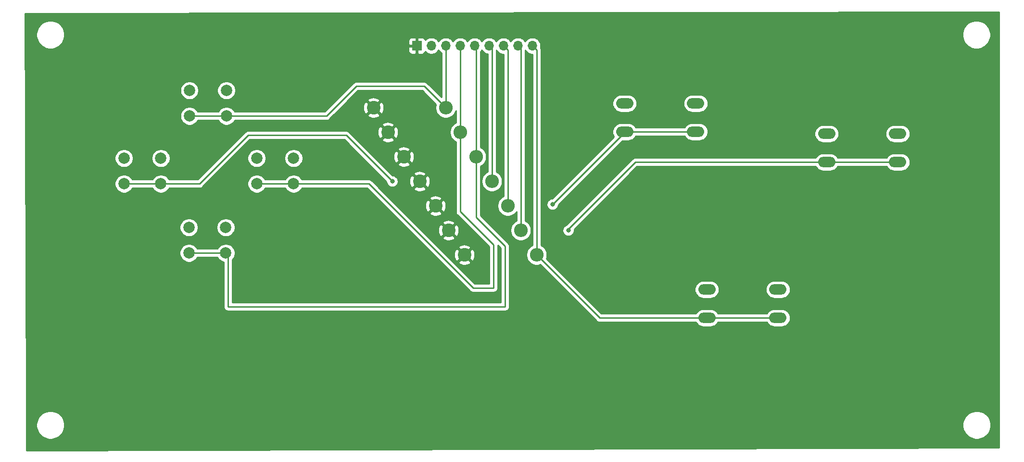
<source format=gtl>
G04 #@! TF.GenerationSoftware,KiCad,Pcbnew,(5.1.10)-1*
G04 #@! TF.CreationDate,2022-08-15T16:43:16+01:00*
G04 #@! TF.ProjectId,BMO Buttons,424d4f20-4275-4747-946f-6e732e6b6963,rev?*
G04 #@! TF.SameCoordinates,Original*
G04 #@! TF.FileFunction,Copper,L1,Top*
G04 #@! TF.FilePolarity,Positive*
%FSLAX46Y46*%
G04 Gerber Fmt 4.6, Leading zero omitted, Abs format (unit mm)*
G04 Created by KiCad (PCBNEW (5.1.10)-1) date 2022-08-15 16:43:16*
%MOMM*%
%LPD*%
G01*
G04 APERTURE LIST*
G04 #@! TA.AperFunction,ComponentPad*
%ADD10O,2.400000X2.400000*%
G04 #@! TD*
G04 #@! TA.AperFunction,ComponentPad*
%ADD11C,2.400000*%
G04 #@! TD*
G04 #@! TA.AperFunction,ComponentPad*
%ADD12O,3.048000X1.850000*%
G04 #@! TD*
G04 #@! TA.AperFunction,ComponentPad*
%ADD13C,2.000000*%
G04 #@! TD*
G04 #@! TA.AperFunction,ComponentPad*
%ADD14O,1.700000X1.700000*%
G04 #@! TD*
G04 #@! TA.AperFunction,ComponentPad*
%ADD15R,1.700000X1.700000*%
G04 #@! TD*
G04 #@! TA.AperFunction,ViaPad*
%ADD16C,0.800000*%
G04 #@! TD*
G04 #@! TA.AperFunction,Conductor*
%ADD17C,0.250000*%
G04 #@! TD*
G04 #@! TA.AperFunction,Conductor*
%ADD18C,0.254000*%
G04 #@! TD*
G04 #@! TA.AperFunction,Conductor*
%ADD19C,0.100000*%
G04 #@! TD*
G04 APERTURE END LIST*
D10*
X145288000Y-107442000D03*
D11*
X132588000Y-107442000D03*
D12*
X190554000Y-117856000D03*
X190554000Y-122856000D03*
X178054000Y-117856000D03*
X178054000Y-122856000D03*
X199136000Y-95424000D03*
X199136000Y-90424000D03*
X211636000Y-95424000D03*
X211636000Y-90424000D03*
X163576000Y-90090000D03*
X163576000Y-85090000D03*
X176076000Y-90090000D03*
X176076000Y-85090000D03*
D13*
X81938000Y-94742000D03*
X81938000Y-99242000D03*
X75438000Y-94742000D03*
X75438000Y-99242000D03*
X93368000Y-106934000D03*
X93368000Y-111434000D03*
X86868000Y-106934000D03*
X86868000Y-111434000D03*
X105306000Y-94742000D03*
X105306000Y-99242000D03*
X98806000Y-94742000D03*
X98806000Y-99242000D03*
X93472000Y-82804000D03*
X93472000Y-87304000D03*
X86972000Y-82804000D03*
X86972000Y-87304000D03*
D10*
X148082000Y-111760000D03*
D11*
X135382000Y-111760000D03*
D10*
X143002000Y-103124000D03*
D11*
X130302000Y-103124000D03*
D10*
X140208000Y-98806000D03*
D11*
X127508000Y-98806000D03*
D10*
X137414000Y-94488000D03*
D11*
X124714000Y-94488000D03*
D10*
X134620000Y-90170000D03*
D11*
X121920000Y-90170000D03*
D10*
X132080000Y-85852000D03*
D11*
X119380000Y-85852000D03*
D14*
X147320000Y-74930000D03*
X144780000Y-74930000D03*
X142240000Y-74930000D03*
X139700000Y-74930000D03*
X137160000Y-74930000D03*
X134620000Y-74930000D03*
X132080000Y-74930000D03*
X129540000Y-74930000D03*
D15*
X127000000Y-74930000D03*
D16*
X153670000Y-107442000D03*
X150876000Y-102870000D03*
X122682000Y-98806000D03*
D17*
X148082000Y-75692000D02*
X147320000Y-74930000D01*
X148082000Y-111760000D02*
X148082000Y-75692000D01*
X159178000Y-122856000D02*
X148082000Y-111760000D01*
X178054000Y-122856000D02*
X159178000Y-122856000D01*
X178054000Y-122856000D02*
X190554000Y-122856000D01*
X145288000Y-75438000D02*
X144780000Y-74930000D01*
X145288000Y-107442000D02*
X145288000Y-75438000D01*
X199136000Y-95424000D02*
X197692000Y-95424000D01*
X199136000Y-95424000D02*
X165434000Y-95424000D01*
X153670000Y-107188000D02*
X153670000Y-107442000D01*
X165434000Y-95424000D02*
X153670000Y-107188000D01*
X199136000Y-95424000D02*
X211636000Y-95424000D01*
X143002000Y-75692000D02*
X142240000Y-74930000D01*
X143002000Y-103124000D02*
X143002000Y-75692000D01*
X163576000Y-90170000D02*
X150876000Y-102870000D01*
X163576000Y-90090000D02*
X176076000Y-90090000D01*
X140208000Y-75438000D02*
X139700000Y-74930000D01*
X140208000Y-98806000D02*
X140208000Y-75438000D01*
X81938000Y-99242000D02*
X88718000Y-99242000D01*
X88718000Y-99242000D02*
X97282000Y-90678000D01*
X114554000Y-90678000D02*
X122682000Y-98806000D01*
X97282000Y-90678000D02*
X114554000Y-90678000D01*
X81938000Y-99242000D02*
X75438000Y-99242000D01*
X137414000Y-75184000D02*
X137160000Y-74930000D01*
X137414000Y-94488000D02*
X137414000Y-75184000D01*
X93772000Y-111838000D02*
X93368000Y-111434000D01*
X142494000Y-110236000D02*
X142494000Y-120904000D01*
X142494000Y-120904000D02*
X93772000Y-120904000D01*
X137414000Y-105156000D02*
X142494000Y-110236000D01*
X93772000Y-120904000D02*
X93772000Y-111838000D01*
X137414000Y-94488000D02*
X137414000Y-105156000D01*
X93368000Y-111434000D02*
X86868000Y-111434000D01*
X134620000Y-90170000D02*
X134620000Y-74930000D01*
X105306000Y-99242000D02*
X118546000Y-99242000D01*
X118546000Y-99242000D02*
X136906000Y-117602000D01*
X136906000Y-117602000D02*
X140462000Y-117602000D01*
X140462000Y-117602000D02*
X140462000Y-109982000D01*
X140462000Y-109982000D02*
X134620000Y-104140000D01*
X134620000Y-104140000D02*
X134620000Y-90170000D01*
X105306000Y-99242000D02*
X98806000Y-99242000D01*
X132080000Y-85852000D02*
X132080000Y-74930000D01*
X111070000Y-87304000D02*
X116332000Y-82042000D01*
X128270000Y-82042000D02*
X132080000Y-85852000D01*
X116332000Y-82042000D02*
X128270000Y-82042000D01*
X111070000Y-87304000D02*
X93472000Y-87304000D01*
X93472000Y-87304000D02*
X86972000Y-87304000D01*
D18*
X229489000Y-145669376D02*
X58292581Y-146176625D01*
X58277153Y-141486467D01*
X60007062Y-141486467D01*
X60007062Y-141977533D01*
X60102864Y-142459163D01*
X60290787Y-142912849D01*
X60563609Y-143321155D01*
X60910845Y-143668391D01*
X61319151Y-143941213D01*
X61772837Y-144129136D01*
X62254467Y-144224938D01*
X62745533Y-144224938D01*
X63227163Y-144129136D01*
X63680849Y-143941213D01*
X64089155Y-143668391D01*
X64436391Y-143321155D01*
X64709213Y-142912849D01*
X64897136Y-142459163D01*
X64992938Y-141977533D01*
X64992938Y-141486467D01*
X223059062Y-141486467D01*
X223059062Y-141977533D01*
X223154864Y-142459163D01*
X223342787Y-142912849D01*
X223615609Y-143321155D01*
X223962845Y-143668391D01*
X224371151Y-143941213D01*
X224824837Y-144129136D01*
X225306467Y-144224938D01*
X225797533Y-144224938D01*
X226279163Y-144129136D01*
X226732849Y-143941213D01*
X227141155Y-143668391D01*
X227488391Y-143321155D01*
X227761213Y-142912849D01*
X227949136Y-142459163D01*
X228044938Y-141977533D01*
X228044938Y-141486467D01*
X227949136Y-141004837D01*
X227761213Y-140551151D01*
X227488391Y-140142845D01*
X227141155Y-139795609D01*
X226732849Y-139522787D01*
X226279163Y-139334864D01*
X225797533Y-139239062D01*
X225306467Y-139239062D01*
X224824837Y-139334864D01*
X224371151Y-139522787D01*
X223962845Y-139795609D01*
X223615609Y-140142845D01*
X223342787Y-140551151D01*
X223154864Y-141004837D01*
X223059062Y-141486467D01*
X64992938Y-141486467D01*
X64897136Y-141004837D01*
X64709213Y-140551151D01*
X64436391Y-140142845D01*
X64089155Y-139795609D01*
X63680849Y-139522787D01*
X63227163Y-139334864D01*
X62745533Y-139239062D01*
X62254467Y-139239062D01*
X61772837Y-139334864D01*
X61319151Y-139522787D01*
X60910845Y-139795609D01*
X60563609Y-140142845D01*
X60290787Y-140551151D01*
X60102864Y-141004837D01*
X60007062Y-141486467D01*
X58277153Y-141486467D01*
X58177768Y-111272967D01*
X85233000Y-111272967D01*
X85233000Y-111595033D01*
X85295832Y-111910912D01*
X85419082Y-112208463D01*
X85598013Y-112476252D01*
X85825748Y-112703987D01*
X86093537Y-112882918D01*
X86391088Y-113006168D01*
X86706967Y-113069000D01*
X87029033Y-113069000D01*
X87344912Y-113006168D01*
X87642463Y-112882918D01*
X87910252Y-112703987D01*
X88137987Y-112476252D01*
X88316918Y-112208463D01*
X88322909Y-112194000D01*
X91913091Y-112194000D01*
X91919082Y-112208463D01*
X92098013Y-112476252D01*
X92325748Y-112703987D01*
X92593537Y-112882918D01*
X92891088Y-113006168D01*
X93012001Y-113030219D01*
X93012000Y-120866667D01*
X93008323Y-120904000D01*
X93022997Y-121052986D01*
X93066454Y-121196247D01*
X93137026Y-121328276D01*
X93231999Y-121444001D01*
X93347724Y-121538974D01*
X93479753Y-121609546D01*
X93623014Y-121653003D01*
X93772000Y-121667677D01*
X93809333Y-121664000D01*
X142456667Y-121664000D01*
X142494000Y-121667677D01*
X142642986Y-121653003D01*
X142786247Y-121609546D01*
X142918276Y-121538974D01*
X143034001Y-121444001D01*
X143128974Y-121328276D01*
X143199546Y-121196247D01*
X143243003Y-121052986D01*
X143254000Y-120941333D01*
X143254000Y-120941332D01*
X143257677Y-120904000D01*
X143254000Y-120866667D01*
X143254000Y-110273323D01*
X143257676Y-110236000D01*
X143254000Y-110198677D01*
X143254000Y-110198667D01*
X143243003Y-110087014D01*
X143199546Y-109943753D01*
X143128975Y-109811725D01*
X143128974Y-109811723D01*
X143057799Y-109724997D01*
X143034001Y-109695999D01*
X143005004Y-109672202D01*
X138174000Y-104841199D01*
X138174000Y-96159388D01*
X138283199Y-96114156D01*
X138583744Y-95913338D01*
X138839338Y-95657744D01*
X139040156Y-95357199D01*
X139178482Y-95023250D01*
X139249000Y-94668732D01*
X139249000Y-94307268D01*
X139178482Y-93952750D01*
X139040156Y-93618801D01*
X138839338Y-93318256D01*
X138583744Y-93062662D01*
X138283199Y-92861844D01*
X138174000Y-92816612D01*
X138174000Y-76016107D01*
X138313475Y-75876632D01*
X138430000Y-75702240D01*
X138546525Y-75876632D01*
X138753368Y-76083475D01*
X138996589Y-76245990D01*
X139266842Y-76357932D01*
X139448001Y-76393967D01*
X139448000Y-97134612D01*
X139338801Y-97179844D01*
X139038256Y-97380662D01*
X138782662Y-97636256D01*
X138581844Y-97936801D01*
X138443518Y-98270750D01*
X138373000Y-98625268D01*
X138373000Y-98986732D01*
X138443518Y-99341250D01*
X138581844Y-99675199D01*
X138782662Y-99975744D01*
X139038256Y-100231338D01*
X139338801Y-100432156D01*
X139672750Y-100570482D01*
X140027268Y-100641000D01*
X140388732Y-100641000D01*
X140743250Y-100570482D01*
X141077199Y-100432156D01*
X141377744Y-100231338D01*
X141633338Y-99975744D01*
X141834156Y-99675199D01*
X141972482Y-99341250D01*
X142043000Y-98986732D01*
X142043000Y-98625268D01*
X141972482Y-98270750D01*
X141834156Y-97936801D01*
X141633338Y-97636256D01*
X141377744Y-97380662D01*
X141077199Y-97179844D01*
X140968000Y-97134612D01*
X140968000Y-75705233D01*
X140970000Y-75702240D01*
X141086525Y-75876632D01*
X141293368Y-76083475D01*
X141536589Y-76245990D01*
X141806842Y-76357932D01*
X142093740Y-76415000D01*
X142242001Y-76415000D01*
X142242000Y-101452612D01*
X142132801Y-101497844D01*
X141832256Y-101698662D01*
X141576662Y-101954256D01*
X141375844Y-102254801D01*
X141237518Y-102588750D01*
X141167000Y-102943268D01*
X141167000Y-103304732D01*
X141237518Y-103659250D01*
X141375844Y-103993199D01*
X141576662Y-104293744D01*
X141832256Y-104549338D01*
X142132801Y-104750156D01*
X142466750Y-104888482D01*
X142821268Y-104959000D01*
X143182732Y-104959000D01*
X143537250Y-104888482D01*
X143871199Y-104750156D01*
X144171744Y-104549338D01*
X144427338Y-104293744D01*
X144528000Y-104143093D01*
X144528000Y-105770612D01*
X144418801Y-105815844D01*
X144118256Y-106016662D01*
X143862662Y-106272256D01*
X143661844Y-106572801D01*
X143523518Y-106906750D01*
X143453000Y-107261268D01*
X143453000Y-107622732D01*
X143523518Y-107977250D01*
X143661844Y-108311199D01*
X143862662Y-108611744D01*
X144118256Y-108867338D01*
X144418801Y-109068156D01*
X144752750Y-109206482D01*
X145107268Y-109277000D01*
X145468732Y-109277000D01*
X145823250Y-109206482D01*
X146157199Y-109068156D01*
X146457744Y-108867338D01*
X146713338Y-108611744D01*
X146914156Y-108311199D01*
X147052482Y-107977250D01*
X147123000Y-107622732D01*
X147123000Y-107261268D01*
X147052482Y-106906750D01*
X146914156Y-106572801D01*
X146713338Y-106272256D01*
X146457744Y-106016662D01*
X146157199Y-105815844D01*
X146048000Y-105770612D01*
X146048000Y-75705233D01*
X146050000Y-75702240D01*
X146166525Y-75876632D01*
X146373368Y-76083475D01*
X146616589Y-76245990D01*
X146886842Y-76357932D01*
X147173740Y-76415000D01*
X147322001Y-76415000D01*
X147322000Y-110088612D01*
X147212801Y-110133844D01*
X146912256Y-110334662D01*
X146656662Y-110590256D01*
X146455844Y-110890801D01*
X146317518Y-111224750D01*
X146247000Y-111579268D01*
X146247000Y-111940732D01*
X146317518Y-112295250D01*
X146455844Y-112629199D01*
X146656662Y-112929744D01*
X146912256Y-113185338D01*
X147212801Y-113386156D01*
X147546750Y-113524482D01*
X147901268Y-113595000D01*
X148262732Y-113595000D01*
X148617250Y-113524482D01*
X148726449Y-113479250D01*
X158614201Y-123367003D01*
X158637999Y-123396001D01*
X158753724Y-123490974D01*
X158885753Y-123561546D01*
X159029014Y-123605003D01*
X159140667Y-123616000D01*
X159140675Y-123616000D01*
X159178000Y-123619676D01*
X159215325Y-123616000D01*
X176092363Y-123616000D01*
X176151631Y-123726883D01*
X176346576Y-123964424D01*
X176584117Y-124159369D01*
X176855125Y-124304226D01*
X177149187Y-124393428D01*
X177378364Y-124416000D01*
X178729636Y-124416000D01*
X178958813Y-124393428D01*
X179252875Y-124304226D01*
X179523883Y-124159369D01*
X179761424Y-123964424D01*
X179956369Y-123726883D01*
X180015637Y-123616000D01*
X188592363Y-123616000D01*
X188651631Y-123726883D01*
X188846576Y-123964424D01*
X189084117Y-124159369D01*
X189355125Y-124304226D01*
X189649187Y-124393428D01*
X189878364Y-124416000D01*
X191229636Y-124416000D01*
X191458813Y-124393428D01*
X191752875Y-124304226D01*
X192023883Y-124159369D01*
X192261424Y-123964424D01*
X192456369Y-123726883D01*
X192601226Y-123455875D01*
X192690428Y-123161813D01*
X192720548Y-122856000D01*
X192690428Y-122550187D01*
X192601226Y-122256125D01*
X192456369Y-121985117D01*
X192261424Y-121747576D01*
X192023883Y-121552631D01*
X191752875Y-121407774D01*
X191458813Y-121318572D01*
X191229636Y-121296000D01*
X189878364Y-121296000D01*
X189649187Y-121318572D01*
X189355125Y-121407774D01*
X189084117Y-121552631D01*
X188846576Y-121747576D01*
X188651631Y-121985117D01*
X188592363Y-122096000D01*
X180015637Y-122096000D01*
X179956369Y-121985117D01*
X179761424Y-121747576D01*
X179523883Y-121552631D01*
X179252875Y-121407774D01*
X178958813Y-121318572D01*
X178729636Y-121296000D01*
X177378364Y-121296000D01*
X177149187Y-121318572D01*
X176855125Y-121407774D01*
X176584117Y-121552631D01*
X176346576Y-121747576D01*
X176151631Y-121985117D01*
X176092363Y-122096000D01*
X159492802Y-122096000D01*
X155252802Y-117856000D01*
X175887452Y-117856000D01*
X175917572Y-118161813D01*
X176006774Y-118455875D01*
X176151631Y-118726883D01*
X176346576Y-118964424D01*
X176584117Y-119159369D01*
X176855125Y-119304226D01*
X177149187Y-119393428D01*
X177378364Y-119416000D01*
X178729636Y-119416000D01*
X178958813Y-119393428D01*
X179252875Y-119304226D01*
X179523883Y-119159369D01*
X179761424Y-118964424D01*
X179956369Y-118726883D01*
X180101226Y-118455875D01*
X180190428Y-118161813D01*
X180220548Y-117856000D01*
X188387452Y-117856000D01*
X188417572Y-118161813D01*
X188506774Y-118455875D01*
X188651631Y-118726883D01*
X188846576Y-118964424D01*
X189084117Y-119159369D01*
X189355125Y-119304226D01*
X189649187Y-119393428D01*
X189878364Y-119416000D01*
X191229636Y-119416000D01*
X191458813Y-119393428D01*
X191752875Y-119304226D01*
X192023883Y-119159369D01*
X192261424Y-118964424D01*
X192456369Y-118726883D01*
X192601226Y-118455875D01*
X192690428Y-118161813D01*
X192720548Y-117856000D01*
X192690428Y-117550187D01*
X192601226Y-117256125D01*
X192456369Y-116985117D01*
X192261424Y-116747576D01*
X192023883Y-116552631D01*
X191752875Y-116407774D01*
X191458813Y-116318572D01*
X191229636Y-116296000D01*
X189878364Y-116296000D01*
X189649187Y-116318572D01*
X189355125Y-116407774D01*
X189084117Y-116552631D01*
X188846576Y-116747576D01*
X188651631Y-116985117D01*
X188506774Y-117256125D01*
X188417572Y-117550187D01*
X188387452Y-117856000D01*
X180220548Y-117856000D01*
X180190428Y-117550187D01*
X180101226Y-117256125D01*
X179956369Y-116985117D01*
X179761424Y-116747576D01*
X179523883Y-116552631D01*
X179252875Y-116407774D01*
X178958813Y-116318572D01*
X178729636Y-116296000D01*
X177378364Y-116296000D01*
X177149187Y-116318572D01*
X176855125Y-116407774D01*
X176584117Y-116552631D01*
X176346576Y-116747576D01*
X176151631Y-116985117D01*
X176006774Y-117256125D01*
X175917572Y-117550187D01*
X175887452Y-117856000D01*
X155252802Y-117856000D01*
X149801250Y-112404449D01*
X149846482Y-112295250D01*
X149917000Y-111940732D01*
X149917000Y-111579268D01*
X149846482Y-111224750D01*
X149708156Y-110890801D01*
X149507338Y-110590256D01*
X149251744Y-110334662D01*
X148951199Y-110133844D01*
X148842000Y-110088612D01*
X148842000Y-107340061D01*
X152635000Y-107340061D01*
X152635000Y-107543939D01*
X152674774Y-107743898D01*
X152752795Y-107932256D01*
X152866063Y-108101774D01*
X153010226Y-108245937D01*
X153179744Y-108359205D01*
X153368102Y-108437226D01*
X153568061Y-108477000D01*
X153771939Y-108477000D01*
X153971898Y-108437226D01*
X154160256Y-108359205D01*
X154329774Y-108245937D01*
X154473937Y-108101774D01*
X154587205Y-107932256D01*
X154665226Y-107743898D01*
X154705000Y-107543939D01*
X154705000Y-107340061D01*
X154686375Y-107246426D01*
X165748802Y-96184000D01*
X197174363Y-96184000D01*
X197233631Y-96294883D01*
X197428576Y-96532424D01*
X197666117Y-96727369D01*
X197937125Y-96872226D01*
X198231187Y-96961428D01*
X198460364Y-96984000D01*
X199811636Y-96984000D01*
X200040813Y-96961428D01*
X200334875Y-96872226D01*
X200605883Y-96727369D01*
X200843424Y-96532424D01*
X201038369Y-96294883D01*
X201097637Y-96184000D01*
X209674363Y-96184000D01*
X209733631Y-96294883D01*
X209928576Y-96532424D01*
X210166117Y-96727369D01*
X210437125Y-96872226D01*
X210731187Y-96961428D01*
X210960364Y-96984000D01*
X212311636Y-96984000D01*
X212540813Y-96961428D01*
X212834875Y-96872226D01*
X213105883Y-96727369D01*
X213343424Y-96532424D01*
X213538369Y-96294883D01*
X213683226Y-96023875D01*
X213772428Y-95729813D01*
X213802548Y-95424000D01*
X213772428Y-95118187D01*
X213683226Y-94824125D01*
X213538369Y-94553117D01*
X213343424Y-94315576D01*
X213105883Y-94120631D01*
X212834875Y-93975774D01*
X212540813Y-93886572D01*
X212311636Y-93864000D01*
X210960364Y-93864000D01*
X210731187Y-93886572D01*
X210437125Y-93975774D01*
X210166117Y-94120631D01*
X209928576Y-94315576D01*
X209733631Y-94553117D01*
X209674363Y-94664000D01*
X201097637Y-94664000D01*
X201038369Y-94553117D01*
X200843424Y-94315576D01*
X200605883Y-94120631D01*
X200334875Y-93975774D01*
X200040813Y-93886572D01*
X199811636Y-93864000D01*
X198460364Y-93864000D01*
X198231187Y-93886572D01*
X197937125Y-93975774D01*
X197666117Y-94120631D01*
X197428576Y-94315576D01*
X197233631Y-94553117D01*
X197174363Y-94664000D01*
X165471322Y-94664000D01*
X165433999Y-94660324D01*
X165396676Y-94664000D01*
X165396667Y-94664000D01*
X165285014Y-94674997D01*
X165141753Y-94718454D01*
X165009724Y-94789026D01*
X164893999Y-94883999D01*
X164870201Y-94912997D01*
X153314026Y-106469173D01*
X153179744Y-106524795D01*
X153010226Y-106638063D01*
X152866063Y-106782226D01*
X152752795Y-106951744D01*
X152674774Y-107140102D01*
X152635000Y-107340061D01*
X148842000Y-107340061D01*
X148842000Y-102768061D01*
X149841000Y-102768061D01*
X149841000Y-102971939D01*
X149880774Y-103171898D01*
X149958795Y-103360256D01*
X150072063Y-103529774D01*
X150216226Y-103673937D01*
X150385744Y-103787205D01*
X150574102Y-103865226D01*
X150774061Y-103905000D01*
X150977939Y-103905000D01*
X151177898Y-103865226D01*
X151366256Y-103787205D01*
X151535774Y-103673937D01*
X151679937Y-103529774D01*
X151793205Y-103360256D01*
X151871226Y-103171898D01*
X151911000Y-102971939D01*
X151911000Y-102909801D01*
X163170802Y-91650000D01*
X164251636Y-91650000D01*
X164480813Y-91627428D01*
X164774875Y-91538226D01*
X165045883Y-91393369D01*
X165283424Y-91198424D01*
X165478369Y-90960883D01*
X165537637Y-90850000D01*
X174114363Y-90850000D01*
X174173631Y-90960883D01*
X174368576Y-91198424D01*
X174606117Y-91393369D01*
X174877125Y-91538226D01*
X175171187Y-91627428D01*
X175400364Y-91650000D01*
X176751636Y-91650000D01*
X176980813Y-91627428D01*
X177274875Y-91538226D01*
X177545883Y-91393369D01*
X177783424Y-91198424D01*
X177978369Y-90960883D01*
X178123226Y-90689875D01*
X178203877Y-90424000D01*
X196969452Y-90424000D01*
X196999572Y-90729813D01*
X197088774Y-91023875D01*
X197233631Y-91294883D01*
X197428576Y-91532424D01*
X197666117Y-91727369D01*
X197937125Y-91872226D01*
X198231187Y-91961428D01*
X198460364Y-91984000D01*
X199811636Y-91984000D01*
X200040813Y-91961428D01*
X200334875Y-91872226D01*
X200605883Y-91727369D01*
X200843424Y-91532424D01*
X201038369Y-91294883D01*
X201183226Y-91023875D01*
X201272428Y-90729813D01*
X201302548Y-90424000D01*
X209469452Y-90424000D01*
X209499572Y-90729813D01*
X209588774Y-91023875D01*
X209733631Y-91294883D01*
X209928576Y-91532424D01*
X210166117Y-91727369D01*
X210437125Y-91872226D01*
X210731187Y-91961428D01*
X210960364Y-91984000D01*
X212311636Y-91984000D01*
X212540813Y-91961428D01*
X212834875Y-91872226D01*
X213105883Y-91727369D01*
X213343424Y-91532424D01*
X213538369Y-91294883D01*
X213683226Y-91023875D01*
X213772428Y-90729813D01*
X213802548Y-90424000D01*
X213772428Y-90118187D01*
X213683226Y-89824125D01*
X213538369Y-89553117D01*
X213343424Y-89315576D01*
X213105883Y-89120631D01*
X212834875Y-88975774D01*
X212540813Y-88886572D01*
X212311636Y-88864000D01*
X210960364Y-88864000D01*
X210731187Y-88886572D01*
X210437125Y-88975774D01*
X210166117Y-89120631D01*
X209928576Y-89315576D01*
X209733631Y-89553117D01*
X209588774Y-89824125D01*
X209499572Y-90118187D01*
X209469452Y-90424000D01*
X201302548Y-90424000D01*
X201272428Y-90118187D01*
X201183226Y-89824125D01*
X201038369Y-89553117D01*
X200843424Y-89315576D01*
X200605883Y-89120631D01*
X200334875Y-88975774D01*
X200040813Y-88886572D01*
X199811636Y-88864000D01*
X198460364Y-88864000D01*
X198231187Y-88886572D01*
X197937125Y-88975774D01*
X197666117Y-89120631D01*
X197428576Y-89315576D01*
X197233631Y-89553117D01*
X197088774Y-89824125D01*
X196999572Y-90118187D01*
X196969452Y-90424000D01*
X178203877Y-90424000D01*
X178212428Y-90395813D01*
X178242548Y-90090000D01*
X178212428Y-89784187D01*
X178123226Y-89490125D01*
X177978369Y-89219117D01*
X177783424Y-88981576D01*
X177545883Y-88786631D01*
X177274875Y-88641774D01*
X176980813Y-88552572D01*
X176751636Y-88530000D01*
X175400364Y-88530000D01*
X175171187Y-88552572D01*
X174877125Y-88641774D01*
X174606117Y-88786631D01*
X174368576Y-88981576D01*
X174173631Y-89219117D01*
X174114363Y-89330000D01*
X165537637Y-89330000D01*
X165478369Y-89219117D01*
X165283424Y-88981576D01*
X165045883Y-88786631D01*
X164774875Y-88641774D01*
X164480813Y-88552572D01*
X164251636Y-88530000D01*
X162900364Y-88530000D01*
X162671187Y-88552572D01*
X162377125Y-88641774D01*
X162106117Y-88786631D01*
X161868576Y-88981576D01*
X161673631Y-89219117D01*
X161528774Y-89490125D01*
X161439572Y-89784187D01*
X161409452Y-90090000D01*
X161439572Y-90395813D01*
X161528774Y-90689875D01*
X161673631Y-90960883D01*
X161690167Y-90981032D01*
X150836199Y-101835000D01*
X150774061Y-101835000D01*
X150574102Y-101874774D01*
X150385744Y-101952795D01*
X150216226Y-102066063D01*
X150072063Y-102210226D01*
X149958795Y-102379744D01*
X149880774Y-102568102D01*
X149841000Y-102768061D01*
X148842000Y-102768061D01*
X148842000Y-85090000D01*
X161409452Y-85090000D01*
X161439572Y-85395813D01*
X161528774Y-85689875D01*
X161673631Y-85960883D01*
X161868576Y-86198424D01*
X162106117Y-86393369D01*
X162377125Y-86538226D01*
X162671187Y-86627428D01*
X162900364Y-86650000D01*
X164251636Y-86650000D01*
X164480813Y-86627428D01*
X164774875Y-86538226D01*
X165045883Y-86393369D01*
X165283424Y-86198424D01*
X165478369Y-85960883D01*
X165623226Y-85689875D01*
X165712428Y-85395813D01*
X165742548Y-85090000D01*
X173909452Y-85090000D01*
X173939572Y-85395813D01*
X174028774Y-85689875D01*
X174173631Y-85960883D01*
X174368576Y-86198424D01*
X174606117Y-86393369D01*
X174877125Y-86538226D01*
X175171187Y-86627428D01*
X175400364Y-86650000D01*
X176751636Y-86650000D01*
X176980813Y-86627428D01*
X177274875Y-86538226D01*
X177545883Y-86393369D01*
X177783424Y-86198424D01*
X177978369Y-85960883D01*
X178123226Y-85689875D01*
X178212428Y-85395813D01*
X178242548Y-85090000D01*
X178212428Y-84784187D01*
X178123226Y-84490125D01*
X177978369Y-84219117D01*
X177783424Y-83981576D01*
X177545883Y-83786631D01*
X177274875Y-83641774D01*
X176980813Y-83552572D01*
X176751636Y-83530000D01*
X175400364Y-83530000D01*
X175171187Y-83552572D01*
X174877125Y-83641774D01*
X174606117Y-83786631D01*
X174368576Y-83981576D01*
X174173631Y-84219117D01*
X174028774Y-84490125D01*
X173939572Y-84784187D01*
X173909452Y-85090000D01*
X165742548Y-85090000D01*
X165712428Y-84784187D01*
X165623226Y-84490125D01*
X165478369Y-84219117D01*
X165283424Y-83981576D01*
X165045883Y-83786631D01*
X164774875Y-83641774D01*
X164480813Y-83552572D01*
X164251636Y-83530000D01*
X162900364Y-83530000D01*
X162671187Y-83552572D01*
X162377125Y-83641774D01*
X162106117Y-83786631D01*
X161868576Y-83981576D01*
X161673631Y-84219117D01*
X161528774Y-84490125D01*
X161439572Y-84784187D01*
X161409452Y-85090000D01*
X148842000Y-85090000D01*
X148842000Y-75729325D01*
X148845676Y-75692000D01*
X148842000Y-75654675D01*
X148842000Y-75654667D01*
X148831003Y-75543014D01*
X148787546Y-75399753D01*
X148753371Y-75335816D01*
X148805000Y-75076260D01*
X148805000Y-74783740D01*
X148747932Y-74496842D01*
X148635990Y-74226589D01*
X148473475Y-73983368D01*
X148266632Y-73776525D01*
X148023411Y-73614010D01*
X147753158Y-73502068D01*
X147466260Y-73445000D01*
X147173740Y-73445000D01*
X146886842Y-73502068D01*
X146616589Y-73614010D01*
X146373368Y-73776525D01*
X146166525Y-73983368D01*
X146050000Y-74157760D01*
X145933475Y-73983368D01*
X145726632Y-73776525D01*
X145483411Y-73614010D01*
X145213158Y-73502068D01*
X144926260Y-73445000D01*
X144633740Y-73445000D01*
X144346842Y-73502068D01*
X144076589Y-73614010D01*
X143833368Y-73776525D01*
X143626525Y-73983368D01*
X143510000Y-74157760D01*
X143393475Y-73983368D01*
X143186632Y-73776525D01*
X142943411Y-73614010D01*
X142673158Y-73502068D01*
X142386260Y-73445000D01*
X142093740Y-73445000D01*
X141806842Y-73502068D01*
X141536589Y-73614010D01*
X141293368Y-73776525D01*
X141086525Y-73983368D01*
X140970000Y-74157760D01*
X140853475Y-73983368D01*
X140646632Y-73776525D01*
X140403411Y-73614010D01*
X140133158Y-73502068D01*
X139846260Y-73445000D01*
X139553740Y-73445000D01*
X139266842Y-73502068D01*
X138996589Y-73614010D01*
X138753368Y-73776525D01*
X138546525Y-73983368D01*
X138430000Y-74157760D01*
X138313475Y-73983368D01*
X138106632Y-73776525D01*
X137863411Y-73614010D01*
X137593158Y-73502068D01*
X137306260Y-73445000D01*
X137013740Y-73445000D01*
X136726842Y-73502068D01*
X136456589Y-73614010D01*
X136213368Y-73776525D01*
X136006525Y-73983368D01*
X135890000Y-74157760D01*
X135773475Y-73983368D01*
X135566632Y-73776525D01*
X135323411Y-73614010D01*
X135053158Y-73502068D01*
X134766260Y-73445000D01*
X134473740Y-73445000D01*
X134186842Y-73502068D01*
X133916589Y-73614010D01*
X133673368Y-73776525D01*
X133466525Y-73983368D01*
X133350000Y-74157760D01*
X133233475Y-73983368D01*
X133026632Y-73776525D01*
X132783411Y-73614010D01*
X132513158Y-73502068D01*
X132226260Y-73445000D01*
X131933740Y-73445000D01*
X131646842Y-73502068D01*
X131376589Y-73614010D01*
X131133368Y-73776525D01*
X130926525Y-73983368D01*
X130810000Y-74157760D01*
X130693475Y-73983368D01*
X130486632Y-73776525D01*
X130243411Y-73614010D01*
X129973158Y-73502068D01*
X129686260Y-73445000D01*
X129393740Y-73445000D01*
X129106842Y-73502068D01*
X128836589Y-73614010D01*
X128593368Y-73776525D01*
X128461513Y-73908380D01*
X128439502Y-73835820D01*
X128380537Y-73725506D01*
X128301185Y-73628815D01*
X128204494Y-73549463D01*
X128094180Y-73490498D01*
X127974482Y-73454188D01*
X127850000Y-73441928D01*
X127285750Y-73445000D01*
X127127000Y-73603750D01*
X127127000Y-74803000D01*
X127147000Y-74803000D01*
X127147000Y-75057000D01*
X127127000Y-75057000D01*
X127127000Y-76256250D01*
X127285750Y-76415000D01*
X127850000Y-76418072D01*
X127974482Y-76405812D01*
X128094180Y-76369502D01*
X128204494Y-76310537D01*
X128301185Y-76231185D01*
X128380537Y-76134494D01*
X128439502Y-76024180D01*
X128461513Y-75951620D01*
X128593368Y-76083475D01*
X128836589Y-76245990D01*
X129106842Y-76357932D01*
X129393740Y-76415000D01*
X129686260Y-76415000D01*
X129973158Y-76357932D01*
X130243411Y-76245990D01*
X130486632Y-76083475D01*
X130693475Y-75876632D01*
X130810000Y-75702240D01*
X130926525Y-75876632D01*
X131133368Y-76083475D01*
X131320001Y-76208179D01*
X131320000Y-84017199D01*
X128833804Y-81531003D01*
X128810001Y-81501999D01*
X128694276Y-81407026D01*
X128562247Y-81336454D01*
X128418986Y-81292997D01*
X128307333Y-81282000D01*
X128307322Y-81282000D01*
X128270000Y-81278324D01*
X128232678Y-81282000D01*
X116369325Y-81282000D01*
X116332000Y-81278324D01*
X116294675Y-81282000D01*
X116294667Y-81282000D01*
X116183014Y-81292997D01*
X116039753Y-81336454D01*
X115907724Y-81407026D01*
X115791999Y-81501999D01*
X115768201Y-81530997D01*
X110755199Y-86544000D01*
X94926909Y-86544000D01*
X94920918Y-86529537D01*
X94741987Y-86261748D01*
X94514252Y-86034013D01*
X94246463Y-85855082D01*
X93948912Y-85731832D01*
X93633033Y-85669000D01*
X93310967Y-85669000D01*
X92995088Y-85731832D01*
X92697537Y-85855082D01*
X92429748Y-86034013D01*
X92202013Y-86261748D01*
X92023082Y-86529537D01*
X92017091Y-86544000D01*
X88426909Y-86544000D01*
X88420918Y-86529537D01*
X88241987Y-86261748D01*
X88014252Y-86034013D01*
X87746463Y-85855082D01*
X87448912Y-85731832D01*
X87133033Y-85669000D01*
X86810967Y-85669000D01*
X86495088Y-85731832D01*
X86197537Y-85855082D01*
X85929748Y-86034013D01*
X85702013Y-86261748D01*
X85523082Y-86529537D01*
X85399832Y-86827088D01*
X85337000Y-87142967D01*
X85337000Y-87465033D01*
X85399832Y-87780912D01*
X85523082Y-88078463D01*
X85702013Y-88346252D01*
X85929748Y-88573987D01*
X86197537Y-88752918D01*
X86495088Y-88876168D01*
X86810967Y-88939000D01*
X87133033Y-88939000D01*
X87448912Y-88876168D01*
X87746463Y-88752918D01*
X88014252Y-88573987D01*
X88241987Y-88346252D01*
X88420918Y-88078463D01*
X88426909Y-88064000D01*
X92017091Y-88064000D01*
X92023082Y-88078463D01*
X92202013Y-88346252D01*
X92429748Y-88573987D01*
X92697537Y-88752918D01*
X92995088Y-88876168D01*
X93310967Y-88939000D01*
X93633033Y-88939000D01*
X93869218Y-88892020D01*
X120821626Y-88892020D01*
X121920000Y-89990395D01*
X123018374Y-88892020D01*
X122898486Y-88607164D01*
X122574790Y-88446301D01*
X122225931Y-88351678D01*
X121865316Y-88326933D01*
X121506802Y-88373015D01*
X121164167Y-88488154D01*
X120941514Y-88607164D01*
X120821626Y-88892020D01*
X93869218Y-88892020D01*
X93948912Y-88876168D01*
X94246463Y-88752918D01*
X94514252Y-88573987D01*
X94741987Y-88346252D01*
X94920918Y-88078463D01*
X94926909Y-88064000D01*
X111032678Y-88064000D01*
X111070000Y-88067676D01*
X111107322Y-88064000D01*
X111107333Y-88064000D01*
X111218986Y-88053003D01*
X111362247Y-88009546D01*
X111494276Y-87938974D01*
X111610001Y-87844001D01*
X111633804Y-87814997D01*
X112318821Y-87129980D01*
X118281626Y-87129980D01*
X118401514Y-87414836D01*
X118725210Y-87575699D01*
X119074069Y-87670322D01*
X119434684Y-87695067D01*
X119793198Y-87648985D01*
X120135833Y-87533846D01*
X120358486Y-87414836D01*
X120478374Y-87129980D01*
X119380000Y-86031605D01*
X118281626Y-87129980D01*
X112318821Y-87129980D01*
X113542117Y-85906684D01*
X117536933Y-85906684D01*
X117583015Y-86265198D01*
X117698154Y-86607833D01*
X117817164Y-86830486D01*
X118102020Y-86950374D01*
X119200395Y-85852000D01*
X119559605Y-85852000D01*
X120657980Y-86950374D01*
X120942836Y-86830486D01*
X121103699Y-86506790D01*
X121198322Y-86157931D01*
X121223067Y-85797316D01*
X121176985Y-85438802D01*
X121061846Y-85096167D01*
X120942836Y-84873514D01*
X120657980Y-84753626D01*
X119559605Y-85852000D01*
X119200395Y-85852000D01*
X118102020Y-84753626D01*
X117817164Y-84873514D01*
X117656301Y-85197210D01*
X117561678Y-85546069D01*
X117536933Y-85906684D01*
X113542117Y-85906684D01*
X114874781Y-84574020D01*
X118281626Y-84574020D01*
X119380000Y-85672395D01*
X120478374Y-84574020D01*
X120358486Y-84289164D01*
X120034790Y-84128301D01*
X119685931Y-84033678D01*
X119325316Y-84008933D01*
X118966802Y-84055015D01*
X118624167Y-84170154D01*
X118401514Y-84289164D01*
X118281626Y-84574020D01*
X114874781Y-84574020D01*
X116646802Y-82802000D01*
X127955199Y-82802000D01*
X130360750Y-85207551D01*
X130315518Y-85316750D01*
X130245000Y-85671268D01*
X130245000Y-86032732D01*
X130315518Y-86387250D01*
X130453844Y-86721199D01*
X130654662Y-87021744D01*
X130910256Y-87277338D01*
X131210801Y-87478156D01*
X131544750Y-87616482D01*
X131899268Y-87687000D01*
X132260732Y-87687000D01*
X132615250Y-87616482D01*
X132949199Y-87478156D01*
X133249744Y-87277338D01*
X133505338Y-87021744D01*
X133706156Y-86721199D01*
X133844482Y-86387250D01*
X133860000Y-86309234D01*
X133860000Y-88498612D01*
X133750801Y-88543844D01*
X133450256Y-88744662D01*
X133194662Y-89000256D01*
X132993844Y-89300801D01*
X132855518Y-89634750D01*
X132785000Y-89989268D01*
X132785000Y-90350732D01*
X132855518Y-90705250D01*
X132993844Y-91039199D01*
X133194662Y-91339744D01*
X133450256Y-91595338D01*
X133750801Y-91796156D01*
X133860001Y-91841388D01*
X133860000Y-104102678D01*
X133856324Y-104140000D01*
X133860000Y-104177322D01*
X133860000Y-104177332D01*
X133870997Y-104288985D01*
X133902344Y-104392324D01*
X133914454Y-104432246D01*
X133985026Y-104564276D01*
X134007944Y-104592201D01*
X134079999Y-104680001D01*
X134109003Y-104703804D01*
X139702001Y-110296803D01*
X139702000Y-116842000D01*
X137220802Y-116842000D01*
X133416782Y-113037980D01*
X134283626Y-113037980D01*
X134403514Y-113322836D01*
X134727210Y-113483699D01*
X135076069Y-113578322D01*
X135436684Y-113603067D01*
X135795198Y-113556985D01*
X136137833Y-113441846D01*
X136360486Y-113322836D01*
X136480374Y-113037980D01*
X135382000Y-111939605D01*
X134283626Y-113037980D01*
X133416782Y-113037980D01*
X132193486Y-111814684D01*
X133538933Y-111814684D01*
X133585015Y-112173198D01*
X133700154Y-112515833D01*
X133819164Y-112738486D01*
X134104020Y-112858374D01*
X135202395Y-111760000D01*
X135561605Y-111760000D01*
X136659980Y-112858374D01*
X136944836Y-112738486D01*
X137105699Y-112414790D01*
X137200322Y-112065931D01*
X137225067Y-111705316D01*
X137178985Y-111346802D01*
X137063846Y-111004167D01*
X136944836Y-110781514D01*
X136659980Y-110661626D01*
X135561605Y-111760000D01*
X135202395Y-111760000D01*
X134104020Y-110661626D01*
X133819164Y-110781514D01*
X133658301Y-111105210D01*
X133563678Y-111454069D01*
X133538933Y-111814684D01*
X132193486Y-111814684D01*
X130860822Y-110482020D01*
X134283626Y-110482020D01*
X135382000Y-111580395D01*
X136480374Y-110482020D01*
X136360486Y-110197164D01*
X136036790Y-110036301D01*
X135687931Y-109941678D01*
X135327316Y-109916933D01*
X134968802Y-109963015D01*
X134626167Y-110078154D01*
X134403514Y-110197164D01*
X134283626Y-110482020D01*
X130860822Y-110482020D01*
X129098782Y-108719980D01*
X131489626Y-108719980D01*
X131609514Y-109004836D01*
X131933210Y-109165699D01*
X132282069Y-109260322D01*
X132642684Y-109285067D01*
X133001198Y-109238985D01*
X133343833Y-109123846D01*
X133566486Y-109004836D01*
X133686374Y-108719980D01*
X132588000Y-107621605D01*
X131489626Y-108719980D01*
X129098782Y-108719980D01*
X127875486Y-107496684D01*
X130744933Y-107496684D01*
X130791015Y-107855198D01*
X130906154Y-108197833D01*
X131025164Y-108420486D01*
X131310020Y-108540374D01*
X132408395Y-107442000D01*
X132767605Y-107442000D01*
X133865980Y-108540374D01*
X134150836Y-108420486D01*
X134311699Y-108096790D01*
X134406322Y-107747931D01*
X134431067Y-107387316D01*
X134384985Y-107028802D01*
X134269846Y-106686167D01*
X134150836Y-106463514D01*
X133865980Y-106343626D01*
X132767605Y-107442000D01*
X132408395Y-107442000D01*
X131310020Y-106343626D01*
X131025164Y-106463514D01*
X130864301Y-106787210D01*
X130769678Y-107136069D01*
X130744933Y-107496684D01*
X127875486Y-107496684D01*
X126542822Y-106164020D01*
X131489626Y-106164020D01*
X132588000Y-107262395D01*
X133686374Y-106164020D01*
X133566486Y-105879164D01*
X133242790Y-105718301D01*
X132893931Y-105623678D01*
X132533316Y-105598933D01*
X132174802Y-105645015D01*
X131832167Y-105760154D01*
X131609514Y-105879164D01*
X131489626Y-106164020D01*
X126542822Y-106164020D01*
X124780782Y-104401980D01*
X129203626Y-104401980D01*
X129323514Y-104686836D01*
X129647210Y-104847699D01*
X129996069Y-104942322D01*
X130356684Y-104967067D01*
X130715198Y-104920985D01*
X131057833Y-104805846D01*
X131280486Y-104686836D01*
X131400374Y-104401980D01*
X130302000Y-103303605D01*
X129203626Y-104401980D01*
X124780782Y-104401980D01*
X123557486Y-103178684D01*
X128458933Y-103178684D01*
X128505015Y-103537198D01*
X128620154Y-103879833D01*
X128739164Y-104102486D01*
X129024020Y-104222374D01*
X130122395Y-103124000D01*
X130481605Y-103124000D01*
X131579980Y-104222374D01*
X131864836Y-104102486D01*
X132025699Y-103778790D01*
X132120322Y-103429931D01*
X132145067Y-103069316D01*
X132098985Y-102710802D01*
X131983846Y-102368167D01*
X131864836Y-102145514D01*
X131579980Y-102025626D01*
X130481605Y-103124000D01*
X130122395Y-103124000D01*
X129024020Y-102025626D01*
X128739164Y-102145514D01*
X128578301Y-102469210D01*
X128483678Y-102818069D01*
X128458933Y-103178684D01*
X123557486Y-103178684D01*
X122224822Y-101846020D01*
X129203626Y-101846020D01*
X130302000Y-102944395D01*
X131400374Y-101846020D01*
X131280486Y-101561164D01*
X130956790Y-101400301D01*
X130607931Y-101305678D01*
X130247316Y-101280933D01*
X129888802Y-101327015D01*
X129546167Y-101442154D01*
X129323514Y-101561164D01*
X129203626Y-101846020D01*
X122224822Y-101846020D01*
X120462782Y-100083980D01*
X126409626Y-100083980D01*
X126529514Y-100368836D01*
X126853210Y-100529699D01*
X127202069Y-100624322D01*
X127562684Y-100649067D01*
X127921198Y-100602985D01*
X128263833Y-100487846D01*
X128486486Y-100368836D01*
X128606374Y-100083980D01*
X127508000Y-98985605D01*
X126409626Y-100083980D01*
X120462782Y-100083980D01*
X119109804Y-98731003D01*
X119086001Y-98701999D01*
X118970276Y-98607026D01*
X118838247Y-98536454D01*
X118694986Y-98492997D01*
X118583333Y-98482000D01*
X118583322Y-98482000D01*
X118546000Y-98478324D01*
X118508678Y-98482000D01*
X106760909Y-98482000D01*
X106754918Y-98467537D01*
X106575987Y-98199748D01*
X106348252Y-97972013D01*
X106080463Y-97793082D01*
X105782912Y-97669832D01*
X105467033Y-97607000D01*
X105144967Y-97607000D01*
X104829088Y-97669832D01*
X104531537Y-97793082D01*
X104263748Y-97972013D01*
X104036013Y-98199748D01*
X103857082Y-98467537D01*
X103851091Y-98482000D01*
X100260909Y-98482000D01*
X100254918Y-98467537D01*
X100075987Y-98199748D01*
X99848252Y-97972013D01*
X99580463Y-97793082D01*
X99282912Y-97669832D01*
X98967033Y-97607000D01*
X98644967Y-97607000D01*
X98329088Y-97669832D01*
X98031537Y-97793082D01*
X97763748Y-97972013D01*
X97536013Y-98199748D01*
X97357082Y-98467537D01*
X97233832Y-98765088D01*
X97171000Y-99080967D01*
X97171000Y-99403033D01*
X97233832Y-99718912D01*
X97357082Y-100016463D01*
X97536013Y-100284252D01*
X97763748Y-100511987D01*
X98031537Y-100690918D01*
X98329088Y-100814168D01*
X98644967Y-100877000D01*
X98967033Y-100877000D01*
X99282912Y-100814168D01*
X99580463Y-100690918D01*
X99848252Y-100511987D01*
X100075987Y-100284252D01*
X100254918Y-100016463D01*
X100260909Y-100002000D01*
X103851091Y-100002000D01*
X103857082Y-100016463D01*
X104036013Y-100284252D01*
X104263748Y-100511987D01*
X104531537Y-100690918D01*
X104829088Y-100814168D01*
X105144967Y-100877000D01*
X105467033Y-100877000D01*
X105782912Y-100814168D01*
X106080463Y-100690918D01*
X106348252Y-100511987D01*
X106575987Y-100284252D01*
X106754918Y-100016463D01*
X106760909Y-100002000D01*
X118231199Y-100002000D01*
X136342201Y-118113003D01*
X136365999Y-118142001D01*
X136394997Y-118165799D01*
X136481723Y-118236974D01*
X136613753Y-118307546D01*
X136757014Y-118351003D01*
X136868667Y-118362000D01*
X136868677Y-118362000D01*
X136905999Y-118365676D01*
X136943322Y-118362000D01*
X140424667Y-118362000D01*
X140462000Y-118365677D01*
X140499333Y-118362000D01*
X140610986Y-118351003D01*
X140754247Y-118307546D01*
X140886276Y-118236974D01*
X141002001Y-118142001D01*
X141096974Y-118026276D01*
X141167546Y-117894247D01*
X141211003Y-117750986D01*
X141225677Y-117602000D01*
X141222000Y-117564667D01*
X141222000Y-110038802D01*
X141734000Y-110550802D01*
X141734001Y-120144000D01*
X94532000Y-120144000D01*
X94532000Y-112582239D01*
X94637987Y-112476252D01*
X94816918Y-112208463D01*
X94940168Y-111910912D01*
X95003000Y-111595033D01*
X95003000Y-111272967D01*
X94940168Y-110957088D01*
X94816918Y-110659537D01*
X94637987Y-110391748D01*
X94410252Y-110164013D01*
X94142463Y-109985082D01*
X93844912Y-109861832D01*
X93529033Y-109799000D01*
X93206967Y-109799000D01*
X92891088Y-109861832D01*
X92593537Y-109985082D01*
X92325748Y-110164013D01*
X92098013Y-110391748D01*
X91919082Y-110659537D01*
X91913091Y-110674000D01*
X88322909Y-110674000D01*
X88316918Y-110659537D01*
X88137987Y-110391748D01*
X87910252Y-110164013D01*
X87642463Y-109985082D01*
X87344912Y-109861832D01*
X87029033Y-109799000D01*
X86706967Y-109799000D01*
X86391088Y-109861832D01*
X86093537Y-109985082D01*
X85825748Y-110164013D01*
X85598013Y-110391748D01*
X85419082Y-110659537D01*
X85295832Y-110957088D01*
X85233000Y-111272967D01*
X58177768Y-111272967D01*
X58162966Y-106772967D01*
X85233000Y-106772967D01*
X85233000Y-107095033D01*
X85295832Y-107410912D01*
X85419082Y-107708463D01*
X85598013Y-107976252D01*
X85825748Y-108203987D01*
X86093537Y-108382918D01*
X86391088Y-108506168D01*
X86706967Y-108569000D01*
X87029033Y-108569000D01*
X87344912Y-108506168D01*
X87642463Y-108382918D01*
X87910252Y-108203987D01*
X88137987Y-107976252D01*
X88316918Y-107708463D01*
X88440168Y-107410912D01*
X88503000Y-107095033D01*
X88503000Y-106772967D01*
X91733000Y-106772967D01*
X91733000Y-107095033D01*
X91795832Y-107410912D01*
X91919082Y-107708463D01*
X92098013Y-107976252D01*
X92325748Y-108203987D01*
X92593537Y-108382918D01*
X92891088Y-108506168D01*
X93206967Y-108569000D01*
X93529033Y-108569000D01*
X93844912Y-108506168D01*
X94142463Y-108382918D01*
X94410252Y-108203987D01*
X94637987Y-107976252D01*
X94816918Y-107708463D01*
X94940168Y-107410912D01*
X95003000Y-107095033D01*
X95003000Y-106772967D01*
X94940168Y-106457088D01*
X94816918Y-106159537D01*
X94637987Y-105891748D01*
X94410252Y-105664013D01*
X94142463Y-105485082D01*
X93844912Y-105361832D01*
X93529033Y-105299000D01*
X93206967Y-105299000D01*
X92891088Y-105361832D01*
X92593537Y-105485082D01*
X92325748Y-105664013D01*
X92098013Y-105891748D01*
X91919082Y-106159537D01*
X91795832Y-106457088D01*
X91733000Y-106772967D01*
X88503000Y-106772967D01*
X88440168Y-106457088D01*
X88316918Y-106159537D01*
X88137987Y-105891748D01*
X87910252Y-105664013D01*
X87642463Y-105485082D01*
X87344912Y-105361832D01*
X87029033Y-105299000D01*
X86706967Y-105299000D01*
X86391088Y-105361832D01*
X86093537Y-105485082D01*
X85825748Y-105664013D01*
X85598013Y-105891748D01*
X85419082Y-106159537D01*
X85295832Y-106457088D01*
X85233000Y-106772967D01*
X58162966Y-106772967D01*
X58137662Y-99080967D01*
X73803000Y-99080967D01*
X73803000Y-99403033D01*
X73865832Y-99718912D01*
X73989082Y-100016463D01*
X74168013Y-100284252D01*
X74395748Y-100511987D01*
X74663537Y-100690918D01*
X74961088Y-100814168D01*
X75276967Y-100877000D01*
X75599033Y-100877000D01*
X75914912Y-100814168D01*
X76212463Y-100690918D01*
X76480252Y-100511987D01*
X76707987Y-100284252D01*
X76886918Y-100016463D01*
X76892909Y-100002000D01*
X80483091Y-100002000D01*
X80489082Y-100016463D01*
X80668013Y-100284252D01*
X80895748Y-100511987D01*
X81163537Y-100690918D01*
X81461088Y-100814168D01*
X81776967Y-100877000D01*
X82099033Y-100877000D01*
X82414912Y-100814168D01*
X82712463Y-100690918D01*
X82980252Y-100511987D01*
X83207987Y-100284252D01*
X83386918Y-100016463D01*
X83392909Y-100002000D01*
X88680678Y-100002000D01*
X88718000Y-100005676D01*
X88755322Y-100002000D01*
X88755333Y-100002000D01*
X88866986Y-99991003D01*
X89010247Y-99947546D01*
X89142276Y-99876974D01*
X89258001Y-99782001D01*
X89281804Y-99752997D01*
X94453834Y-94580967D01*
X97171000Y-94580967D01*
X97171000Y-94903033D01*
X97233832Y-95218912D01*
X97357082Y-95516463D01*
X97536013Y-95784252D01*
X97763748Y-96011987D01*
X98031537Y-96190918D01*
X98329088Y-96314168D01*
X98644967Y-96377000D01*
X98967033Y-96377000D01*
X99282912Y-96314168D01*
X99580463Y-96190918D01*
X99848252Y-96011987D01*
X100075987Y-95784252D01*
X100254918Y-95516463D01*
X100378168Y-95218912D01*
X100441000Y-94903033D01*
X100441000Y-94580967D01*
X103671000Y-94580967D01*
X103671000Y-94903033D01*
X103733832Y-95218912D01*
X103857082Y-95516463D01*
X104036013Y-95784252D01*
X104263748Y-96011987D01*
X104531537Y-96190918D01*
X104829088Y-96314168D01*
X105144967Y-96377000D01*
X105467033Y-96377000D01*
X105782912Y-96314168D01*
X106080463Y-96190918D01*
X106348252Y-96011987D01*
X106575987Y-95784252D01*
X106754918Y-95516463D01*
X106878168Y-95218912D01*
X106941000Y-94903033D01*
X106941000Y-94580967D01*
X106878168Y-94265088D01*
X106754918Y-93967537D01*
X106575987Y-93699748D01*
X106348252Y-93472013D01*
X106080463Y-93293082D01*
X105782912Y-93169832D01*
X105467033Y-93107000D01*
X105144967Y-93107000D01*
X104829088Y-93169832D01*
X104531537Y-93293082D01*
X104263748Y-93472013D01*
X104036013Y-93699748D01*
X103857082Y-93967537D01*
X103733832Y-94265088D01*
X103671000Y-94580967D01*
X100441000Y-94580967D01*
X100378168Y-94265088D01*
X100254918Y-93967537D01*
X100075987Y-93699748D01*
X99848252Y-93472013D01*
X99580463Y-93293082D01*
X99282912Y-93169832D01*
X98967033Y-93107000D01*
X98644967Y-93107000D01*
X98329088Y-93169832D01*
X98031537Y-93293082D01*
X97763748Y-93472013D01*
X97536013Y-93699748D01*
X97357082Y-93967537D01*
X97233832Y-94265088D01*
X97171000Y-94580967D01*
X94453834Y-94580967D01*
X97596802Y-91438000D01*
X114239199Y-91438000D01*
X121647000Y-98845802D01*
X121647000Y-98907939D01*
X121686774Y-99107898D01*
X121764795Y-99296256D01*
X121878063Y-99465774D01*
X122022226Y-99609937D01*
X122191744Y-99723205D01*
X122380102Y-99801226D01*
X122580061Y-99841000D01*
X122783939Y-99841000D01*
X122983898Y-99801226D01*
X123172256Y-99723205D01*
X123341774Y-99609937D01*
X123485937Y-99465774D01*
X123599205Y-99296256D01*
X123677226Y-99107898D01*
X123717000Y-98907939D01*
X123717000Y-98860684D01*
X125664933Y-98860684D01*
X125711015Y-99219198D01*
X125826154Y-99561833D01*
X125945164Y-99784486D01*
X126230020Y-99904374D01*
X127328395Y-98806000D01*
X127687605Y-98806000D01*
X128785980Y-99904374D01*
X129070836Y-99784486D01*
X129231699Y-99460790D01*
X129326322Y-99111931D01*
X129351067Y-98751316D01*
X129304985Y-98392802D01*
X129189846Y-98050167D01*
X129070836Y-97827514D01*
X128785980Y-97707626D01*
X127687605Y-98806000D01*
X127328395Y-98806000D01*
X126230020Y-97707626D01*
X125945164Y-97827514D01*
X125784301Y-98151210D01*
X125689678Y-98500069D01*
X125664933Y-98860684D01*
X123717000Y-98860684D01*
X123717000Y-98704061D01*
X123677226Y-98504102D01*
X123599205Y-98315744D01*
X123485937Y-98146226D01*
X123341774Y-98002063D01*
X123172256Y-97888795D01*
X122983898Y-97810774D01*
X122783939Y-97771000D01*
X122721802Y-97771000D01*
X122478822Y-97528020D01*
X126409626Y-97528020D01*
X127508000Y-98626395D01*
X128606374Y-97528020D01*
X128486486Y-97243164D01*
X128162790Y-97082301D01*
X127813931Y-96987678D01*
X127453316Y-96962933D01*
X127094802Y-97009015D01*
X126752167Y-97124154D01*
X126529514Y-97243164D01*
X126409626Y-97528020D01*
X122478822Y-97528020D01*
X120716782Y-95765980D01*
X123615626Y-95765980D01*
X123735514Y-96050836D01*
X124059210Y-96211699D01*
X124408069Y-96306322D01*
X124768684Y-96331067D01*
X125127198Y-96284985D01*
X125469833Y-96169846D01*
X125692486Y-96050836D01*
X125812374Y-95765980D01*
X124714000Y-94667605D01*
X123615626Y-95765980D01*
X120716782Y-95765980D01*
X119493486Y-94542684D01*
X122870933Y-94542684D01*
X122917015Y-94901198D01*
X123032154Y-95243833D01*
X123151164Y-95466486D01*
X123436020Y-95586374D01*
X124534395Y-94488000D01*
X124893605Y-94488000D01*
X125991980Y-95586374D01*
X126276836Y-95466486D01*
X126437699Y-95142790D01*
X126532322Y-94793931D01*
X126557067Y-94433316D01*
X126510985Y-94074802D01*
X126395846Y-93732167D01*
X126276836Y-93509514D01*
X125991980Y-93389626D01*
X124893605Y-94488000D01*
X124534395Y-94488000D01*
X123436020Y-93389626D01*
X123151164Y-93509514D01*
X122990301Y-93833210D01*
X122895678Y-94182069D01*
X122870933Y-94542684D01*
X119493486Y-94542684D01*
X118160822Y-93210020D01*
X123615626Y-93210020D01*
X124714000Y-94308395D01*
X125812374Y-93210020D01*
X125692486Y-92925164D01*
X125368790Y-92764301D01*
X125019931Y-92669678D01*
X124659316Y-92644933D01*
X124300802Y-92691015D01*
X123958167Y-92806154D01*
X123735514Y-92925164D01*
X123615626Y-93210020D01*
X118160822Y-93210020D01*
X116398782Y-91447980D01*
X120821626Y-91447980D01*
X120941514Y-91732836D01*
X121265210Y-91893699D01*
X121614069Y-91988322D01*
X121974684Y-92013067D01*
X122333198Y-91966985D01*
X122675833Y-91851846D01*
X122898486Y-91732836D01*
X123018374Y-91447980D01*
X121920000Y-90349605D01*
X120821626Y-91447980D01*
X116398782Y-91447980D01*
X115175486Y-90224684D01*
X120076933Y-90224684D01*
X120123015Y-90583198D01*
X120238154Y-90925833D01*
X120357164Y-91148486D01*
X120642020Y-91268374D01*
X121740395Y-90170000D01*
X122099605Y-90170000D01*
X123197980Y-91268374D01*
X123482836Y-91148486D01*
X123643699Y-90824790D01*
X123738322Y-90475931D01*
X123763067Y-90115316D01*
X123716985Y-89756802D01*
X123601846Y-89414167D01*
X123482836Y-89191514D01*
X123197980Y-89071626D01*
X122099605Y-90170000D01*
X121740395Y-90170000D01*
X120642020Y-89071626D01*
X120357164Y-89191514D01*
X120196301Y-89515210D01*
X120101678Y-89864069D01*
X120076933Y-90224684D01*
X115175486Y-90224684D01*
X115117804Y-90167003D01*
X115094001Y-90137999D01*
X114978276Y-90043026D01*
X114846247Y-89972454D01*
X114702986Y-89928997D01*
X114591333Y-89918000D01*
X114591322Y-89918000D01*
X114554000Y-89914324D01*
X114516678Y-89918000D01*
X97319323Y-89918000D01*
X97282000Y-89914324D01*
X97244677Y-89918000D01*
X97244667Y-89918000D01*
X97133014Y-89928997D01*
X96989753Y-89972454D01*
X96857723Y-90043026D01*
X96800486Y-90090000D01*
X96741999Y-90137999D01*
X96718201Y-90166997D01*
X88403199Y-98482000D01*
X83392909Y-98482000D01*
X83386918Y-98467537D01*
X83207987Y-98199748D01*
X82980252Y-97972013D01*
X82712463Y-97793082D01*
X82414912Y-97669832D01*
X82099033Y-97607000D01*
X81776967Y-97607000D01*
X81461088Y-97669832D01*
X81163537Y-97793082D01*
X80895748Y-97972013D01*
X80668013Y-98199748D01*
X80489082Y-98467537D01*
X80483091Y-98482000D01*
X76892909Y-98482000D01*
X76886918Y-98467537D01*
X76707987Y-98199748D01*
X76480252Y-97972013D01*
X76212463Y-97793082D01*
X75914912Y-97669832D01*
X75599033Y-97607000D01*
X75276967Y-97607000D01*
X74961088Y-97669832D01*
X74663537Y-97793082D01*
X74395748Y-97972013D01*
X74168013Y-98199748D01*
X73989082Y-98467537D01*
X73865832Y-98765088D01*
X73803000Y-99080967D01*
X58137662Y-99080967D01*
X58122860Y-94580967D01*
X73803000Y-94580967D01*
X73803000Y-94903033D01*
X73865832Y-95218912D01*
X73989082Y-95516463D01*
X74168013Y-95784252D01*
X74395748Y-96011987D01*
X74663537Y-96190918D01*
X74961088Y-96314168D01*
X75276967Y-96377000D01*
X75599033Y-96377000D01*
X75914912Y-96314168D01*
X76212463Y-96190918D01*
X76480252Y-96011987D01*
X76707987Y-95784252D01*
X76886918Y-95516463D01*
X77010168Y-95218912D01*
X77073000Y-94903033D01*
X77073000Y-94580967D01*
X80303000Y-94580967D01*
X80303000Y-94903033D01*
X80365832Y-95218912D01*
X80489082Y-95516463D01*
X80668013Y-95784252D01*
X80895748Y-96011987D01*
X81163537Y-96190918D01*
X81461088Y-96314168D01*
X81776967Y-96377000D01*
X82099033Y-96377000D01*
X82414912Y-96314168D01*
X82712463Y-96190918D01*
X82980252Y-96011987D01*
X83207987Y-95784252D01*
X83386918Y-95516463D01*
X83510168Y-95218912D01*
X83573000Y-94903033D01*
X83573000Y-94580967D01*
X83510168Y-94265088D01*
X83386918Y-93967537D01*
X83207987Y-93699748D01*
X82980252Y-93472013D01*
X82712463Y-93293082D01*
X82414912Y-93169832D01*
X82099033Y-93107000D01*
X81776967Y-93107000D01*
X81461088Y-93169832D01*
X81163537Y-93293082D01*
X80895748Y-93472013D01*
X80668013Y-93699748D01*
X80489082Y-93967537D01*
X80365832Y-94265088D01*
X80303000Y-94580967D01*
X77073000Y-94580967D01*
X77010168Y-94265088D01*
X76886918Y-93967537D01*
X76707987Y-93699748D01*
X76480252Y-93472013D01*
X76212463Y-93293082D01*
X75914912Y-93169832D01*
X75599033Y-93107000D01*
X75276967Y-93107000D01*
X74961088Y-93169832D01*
X74663537Y-93293082D01*
X74395748Y-93472013D01*
X74168013Y-93699748D01*
X73989082Y-93967537D01*
X73865832Y-94265088D01*
X73803000Y-94580967D01*
X58122860Y-94580967D01*
X58083591Y-82642967D01*
X85337000Y-82642967D01*
X85337000Y-82965033D01*
X85399832Y-83280912D01*
X85523082Y-83578463D01*
X85702013Y-83846252D01*
X85929748Y-84073987D01*
X86197537Y-84252918D01*
X86495088Y-84376168D01*
X86810967Y-84439000D01*
X87133033Y-84439000D01*
X87448912Y-84376168D01*
X87746463Y-84252918D01*
X88014252Y-84073987D01*
X88241987Y-83846252D01*
X88420918Y-83578463D01*
X88544168Y-83280912D01*
X88607000Y-82965033D01*
X88607000Y-82642967D01*
X91837000Y-82642967D01*
X91837000Y-82965033D01*
X91899832Y-83280912D01*
X92023082Y-83578463D01*
X92202013Y-83846252D01*
X92429748Y-84073987D01*
X92697537Y-84252918D01*
X92995088Y-84376168D01*
X93310967Y-84439000D01*
X93633033Y-84439000D01*
X93948912Y-84376168D01*
X94246463Y-84252918D01*
X94514252Y-84073987D01*
X94741987Y-83846252D01*
X94920918Y-83578463D01*
X95044168Y-83280912D01*
X95107000Y-82965033D01*
X95107000Y-82642967D01*
X95044168Y-82327088D01*
X94920918Y-82029537D01*
X94741987Y-81761748D01*
X94514252Y-81534013D01*
X94246463Y-81355082D01*
X93948912Y-81231832D01*
X93633033Y-81169000D01*
X93310967Y-81169000D01*
X92995088Y-81231832D01*
X92697537Y-81355082D01*
X92429748Y-81534013D01*
X92202013Y-81761748D01*
X92023082Y-82029537D01*
X91899832Y-82327088D01*
X91837000Y-82642967D01*
X88607000Y-82642967D01*
X88544168Y-82327088D01*
X88420918Y-82029537D01*
X88241987Y-81761748D01*
X88014252Y-81534013D01*
X87746463Y-81355082D01*
X87448912Y-81231832D01*
X87133033Y-81169000D01*
X86810967Y-81169000D01*
X86495088Y-81231832D01*
X86197537Y-81355082D01*
X85929748Y-81534013D01*
X85702013Y-81761748D01*
X85523082Y-82029537D01*
X85399832Y-82327088D01*
X85337000Y-82642967D01*
X58083591Y-82642967D01*
X58061015Y-75780000D01*
X125511928Y-75780000D01*
X125524188Y-75904482D01*
X125560498Y-76024180D01*
X125619463Y-76134494D01*
X125698815Y-76231185D01*
X125795506Y-76310537D01*
X125905820Y-76369502D01*
X126025518Y-76405812D01*
X126150000Y-76418072D01*
X126714250Y-76415000D01*
X126873000Y-76256250D01*
X126873000Y-75057000D01*
X125673750Y-75057000D01*
X125515000Y-75215750D01*
X125511928Y-75780000D01*
X58061015Y-75780000D01*
X58051062Y-72754467D01*
X60007062Y-72754467D01*
X60007062Y-73245533D01*
X60102864Y-73727163D01*
X60290787Y-74180849D01*
X60563609Y-74589155D01*
X60910845Y-74936391D01*
X61319151Y-75209213D01*
X61772837Y-75397136D01*
X62254467Y-75492938D01*
X62745533Y-75492938D01*
X63227163Y-75397136D01*
X63680849Y-75209213D01*
X64089155Y-74936391D01*
X64436391Y-74589155D01*
X64709213Y-74180849D01*
X64750986Y-74080000D01*
X125511928Y-74080000D01*
X125515000Y-74644250D01*
X125673750Y-74803000D01*
X126873000Y-74803000D01*
X126873000Y-73603750D01*
X126714250Y-73445000D01*
X126150000Y-73441928D01*
X126025518Y-73454188D01*
X125905820Y-73490498D01*
X125795506Y-73549463D01*
X125698815Y-73628815D01*
X125619463Y-73725506D01*
X125560498Y-73835820D01*
X125524188Y-73955518D01*
X125511928Y-74080000D01*
X64750986Y-74080000D01*
X64897136Y-73727163D01*
X64992938Y-73245533D01*
X64992938Y-72754467D01*
X223007062Y-72754467D01*
X223007062Y-73245533D01*
X223102864Y-73727163D01*
X223290787Y-74180849D01*
X223563609Y-74589155D01*
X223910845Y-74936391D01*
X224319151Y-75209213D01*
X224772837Y-75397136D01*
X225254467Y-75492938D01*
X225745533Y-75492938D01*
X226227163Y-75397136D01*
X226680849Y-75209213D01*
X227089155Y-74936391D01*
X227436391Y-74589155D01*
X227709213Y-74180849D01*
X227897136Y-73727163D01*
X227992938Y-73245533D01*
X227992938Y-72754467D01*
X227897136Y-72272837D01*
X227709213Y-71819151D01*
X227436391Y-71410845D01*
X227089155Y-71063609D01*
X226680849Y-70790787D01*
X226227163Y-70602864D01*
X225745533Y-70507062D01*
X225254467Y-70507062D01*
X224772837Y-70602864D01*
X224319151Y-70790787D01*
X223910845Y-71063609D01*
X223563609Y-71410845D01*
X223290787Y-71819151D01*
X223102864Y-72272837D01*
X223007062Y-72754467D01*
X64992938Y-72754467D01*
X64897136Y-72272837D01*
X64709213Y-71819151D01*
X64436391Y-71410845D01*
X64089155Y-71063609D01*
X63680849Y-70790787D01*
X63227163Y-70602864D01*
X62745533Y-70507062D01*
X62254467Y-70507062D01*
X61772837Y-70602864D01*
X61319151Y-70790787D01*
X60910845Y-71063609D01*
X60563609Y-71410845D01*
X60290787Y-71819151D01*
X60102864Y-72272837D01*
X60007062Y-72754467D01*
X58051062Y-72754467D01*
X58039418Y-69214812D01*
X229489000Y-68961188D01*
X229489000Y-145669376D01*
G04 #@! TA.AperFunction,Conductor*
D19*
G36*
X229489000Y-145669376D02*
G01*
X58292581Y-146176625D01*
X58277153Y-141486467D01*
X60007062Y-141486467D01*
X60007062Y-141977533D01*
X60102864Y-142459163D01*
X60290787Y-142912849D01*
X60563609Y-143321155D01*
X60910845Y-143668391D01*
X61319151Y-143941213D01*
X61772837Y-144129136D01*
X62254467Y-144224938D01*
X62745533Y-144224938D01*
X63227163Y-144129136D01*
X63680849Y-143941213D01*
X64089155Y-143668391D01*
X64436391Y-143321155D01*
X64709213Y-142912849D01*
X64897136Y-142459163D01*
X64992938Y-141977533D01*
X64992938Y-141486467D01*
X223059062Y-141486467D01*
X223059062Y-141977533D01*
X223154864Y-142459163D01*
X223342787Y-142912849D01*
X223615609Y-143321155D01*
X223962845Y-143668391D01*
X224371151Y-143941213D01*
X224824837Y-144129136D01*
X225306467Y-144224938D01*
X225797533Y-144224938D01*
X226279163Y-144129136D01*
X226732849Y-143941213D01*
X227141155Y-143668391D01*
X227488391Y-143321155D01*
X227761213Y-142912849D01*
X227949136Y-142459163D01*
X228044938Y-141977533D01*
X228044938Y-141486467D01*
X227949136Y-141004837D01*
X227761213Y-140551151D01*
X227488391Y-140142845D01*
X227141155Y-139795609D01*
X226732849Y-139522787D01*
X226279163Y-139334864D01*
X225797533Y-139239062D01*
X225306467Y-139239062D01*
X224824837Y-139334864D01*
X224371151Y-139522787D01*
X223962845Y-139795609D01*
X223615609Y-140142845D01*
X223342787Y-140551151D01*
X223154864Y-141004837D01*
X223059062Y-141486467D01*
X64992938Y-141486467D01*
X64897136Y-141004837D01*
X64709213Y-140551151D01*
X64436391Y-140142845D01*
X64089155Y-139795609D01*
X63680849Y-139522787D01*
X63227163Y-139334864D01*
X62745533Y-139239062D01*
X62254467Y-139239062D01*
X61772837Y-139334864D01*
X61319151Y-139522787D01*
X60910845Y-139795609D01*
X60563609Y-140142845D01*
X60290787Y-140551151D01*
X60102864Y-141004837D01*
X60007062Y-141486467D01*
X58277153Y-141486467D01*
X58177768Y-111272967D01*
X85233000Y-111272967D01*
X85233000Y-111595033D01*
X85295832Y-111910912D01*
X85419082Y-112208463D01*
X85598013Y-112476252D01*
X85825748Y-112703987D01*
X86093537Y-112882918D01*
X86391088Y-113006168D01*
X86706967Y-113069000D01*
X87029033Y-113069000D01*
X87344912Y-113006168D01*
X87642463Y-112882918D01*
X87910252Y-112703987D01*
X88137987Y-112476252D01*
X88316918Y-112208463D01*
X88322909Y-112194000D01*
X91913091Y-112194000D01*
X91919082Y-112208463D01*
X92098013Y-112476252D01*
X92325748Y-112703987D01*
X92593537Y-112882918D01*
X92891088Y-113006168D01*
X93012001Y-113030219D01*
X93012000Y-120866667D01*
X93008323Y-120904000D01*
X93022997Y-121052986D01*
X93066454Y-121196247D01*
X93137026Y-121328276D01*
X93231999Y-121444001D01*
X93347724Y-121538974D01*
X93479753Y-121609546D01*
X93623014Y-121653003D01*
X93772000Y-121667677D01*
X93809333Y-121664000D01*
X142456667Y-121664000D01*
X142494000Y-121667677D01*
X142642986Y-121653003D01*
X142786247Y-121609546D01*
X142918276Y-121538974D01*
X143034001Y-121444001D01*
X143128974Y-121328276D01*
X143199546Y-121196247D01*
X143243003Y-121052986D01*
X143254000Y-120941333D01*
X143254000Y-120941332D01*
X143257677Y-120904000D01*
X143254000Y-120866667D01*
X143254000Y-110273323D01*
X143257676Y-110236000D01*
X143254000Y-110198677D01*
X143254000Y-110198667D01*
X143243003Y-110087014D01*
X143199546Y-109943753D01*
X143128975Y-109811725D01*
X143128974Y-109811723D01*
X143057799Y-109724997D01*
X143034001Y-109695999D01*
X143005004Y-109672202D01*
X138174000Y-104841199D01*
X138174000Y-96159388D01*
X138283199Y-96114156D01*
X138583744Y-95913338D01*
X138839338Y-95657744D01*
X139040156Y-95357199D01*
X139178482Y-95023250D01*
X139249000Y-94668732D01*
X139249000Y-94307268D01*
X139178482Y-93952750D01*
X139040156Y-93618801D01*
X138839338Y-93318256D01*
X138583744Y-93062662D01*
X138283199Y-92861844D01*
X138174000Y-92816612D01*
X138174000Y-76016107D01*
X138313475Y-75876632D01*
X138430000Y-75702240D01*
X138546525Y-75876632D01*
X138753368Y-76083475D01*
X138996589Y-76245990D01*
X139266842Y-76357932D01*
X139448001Y-76393967D01*
X139448000Y-97134612D01*
X139338801Y-97179844D01*
X139038256Y-97380662D01*
X138782662Y-97636256D01*
X138581844Y-97936801D01*
X138443518Y-98270750D01*
X138373000Y-98625268D01*
X138373000Y-98986732D01*
X138443518Y-99341250D01*
X138581844Y-99675199D01*
X138782662Y-99975744D01*
X139038256Y-100231338D01*
X139338801Y-100432156D01*
X139672750Y-100570482D01*
X140027268Y-100641000D01*
X140388732Y-100641000D01*
X140743250Y-100570482D01*
X141077199Y-100432156D01*
X141377744Y-100231338D01*
X141633338Y-99975744D01*
X141834156Y-99675199D01*
X141972482Y-99341250D01*
X142043000Y-98986732D01*
X142043000Y-98625268D01*
X141972482Y-98270750D01*
X141834156Y-97936801D01*
X141633338Y-97636256D01*
X141377744Y-97380662D01*
X141077199Y-97179844D01*
X140968000Y-97134612D01*
X140968000Y-75705233D01*
X140970000Y-75702240D01*
X141086525Y-75876632D01*
X141293368Y-76083475D01*
X141536589Y-76245990D01*
X141806842Y-76357932D01*
X142093740Y-76415000D01*
X142242001Y-76415000D01*
X142242000Y-101452612D01*
X142132801Y-101497844D01*
X141832256Y-101698662D01*
X141576662Y-101954256D01*
X141375844Y-102254801D01*
X141237518Y-102588750D01*
X141167000Y-102943268D01*
X141167000Y-103304732D01*
X141237518Y-103659250D01*
X141375844Y-103993199D01*
X141576662Y-104293744D01*
X141832256Y-104549338D01*
X142132801Y-104750156D01*
X142466750Y-104888482D01*
X142821268Y-104959000D01*
X143182732Y-104959000D01*
X143537250Y-104888482D01*
X143871199Y-104750156D01*
X144171744Y-104549338D01*
X144427338Y-104293744D01*
X144528000Y-104143093D01*
X144528000Y-105770612D01*
X144418801Y-105815844D01*
X144118256Y-106016662D01*
X143862662Y-106272256D01*
X143661844Y-106572801D01*
X143523518Y-106906750D01*
X143453000Y-107261268D01*
X143453000Y-107622732D01*
X143523518Y-107977250D01*
X143661844Y-108311199D01*
X143862662Y-108611744D01*
X144118256Y-108867338D01*
X144418801Y-109068156D01*
X144752750Y-109206482D01*
X145107268Y-109277000D01*
X145468732Y-109277000D01*
X145823250Y-109206482D01*
X146157199Y-109068156D01*
X146457744Y-108867338D01*
X146713338Y-108611744D01*
X146914156Y-108311199D01*
X147052482Y-107977250D01*
X147123000Y-107622732D01*
X147123000Y-107261268D01*
X147052482Y-106906750D01*
X146914156Y-106572801D01*
X146713338Y-106272256D01*
X146457744Y-106016662D01*
X146157199Y-105815844D01*
X146048000Y-105770612D01*
X146048000Y-75705233D01*
X146050000Y-75702240D01*
X146166525Y-75876632D01*
X146373368Y-76083475D01*
X146616589Y-76245990D01*
X146886842Y-76357932D01*
X147173740Y-76415000D01*
X147322001Y-76415000D01*
X147322000Y-110088612D01*
X147212801Y-110133844D01*
X146912256Y-110334662D01*
X146656662Y-110590256D01*
X146455844Y-110890801D01*
X146317518Y-111224750D01*
X146247000Y-111579268D01*
X146247000Y-111940732D01*
X146317518Y-112295250D01*
X146455844Y-112629199D01*
X146656662Y-112929744D01*
X146912256Y-113185338D01*
X147212801Y-113386156D01*
X147546750Y-113524482D01*
X147901268Y-113595000D01*
X148262732Y-113595000D01*
X148617250Y-113524482D01*
X148726449Y-113479250D01*
X158614201Y-123367003D01*
X158637999Y-123396001D01*
X158753724Y-123490974D01*
X158885753Y-123561546D01*
X159029014Y-123605003D01*
X159140667Y-123616000D01*
X159140675Y-123616000D01*
X159178000Y-123619676D01*
X159215325Y-123616000D01*
X176092363Y-123616000D01*
X176151631Y-123726883D01*
X176346576Y-123964424D01*
X176584117Y-124159369D01*
X176855125Y-124304226D01*
X177149187Y-124393428D01*
X177378364Y-124416000D01*
X178729636Y-124416000D01*
X178958813Y-124393428D01*
X179252875Y-124304226D01*
X179523883Y-124159369D01*
X179761424Y-123964424D01*
X179956369Y-123726883D01*
X180015637Y-123616000D01*
X188592363Y-123616000D01*
X188651631Y-123726883D01*
X188846576Y-123964424D01*
X189084117Y-124159369D01*
X189355125Y-124304226D01*
X189649187Y-124393428D01*
X189878364Y-124416000D01*
X191229636Y-124416000D01*
X191458813Y-124393428D01*
X191752875Y-124304226D01*
X192023883Y-124159369D01*
X192261424Y-123964424D01*
X192456369Y-123726883D01*
X192601226Y-123455875D01*
X192690428Y-123161813D01*
X192720548Y-122856000D01*
X192690428Y-122550187D01*
X192601226Y-122256125D01*
X192456369Y-121985117D01*
X192261424Y-121747576D01*
X192023883Y-121552631D01*
X191752875Y-121407774D01*
X191458813Y-121318572D01*
X191229636Y-121296000D01*
X189878364Y-121296000D01*
X189649187Y-121318572D01*
X189355125Y-121407774D01*
X189084117Y-121552631D01*
X188846576Y-121747576D01*
X188651631Y-121985117D01*
X188592363Y-122096000D01*
X180015637Y-122096000D01*
X179956369Y-121985117D01*
X179761424Y-121747576D01*
X179523883Y-121552631D01*
X179252875Y-121407774D01*
X178958813Y-121318572D01*
X178729636Y-121296000D01*
X177378364Y-121296000D01*
X177149187Y-121318572D01*
X176855125Y-121407774D01*
X176584117Y-121552631D01*
X176346576Y-121747576D01*
X176151631Y-121985117D01*
X176092363Y-122096000D01*
X159492802Y-122096000D01*
X155252802Y-117856000D01*
X175887452Y-117856000D01*
X175917572Y-118161813D01*
X176006774Y-118455875D01*
X176151631Y-118726883D01*
X176346576Y-118964424D01*
X176584117Y-119159369D01*
X176855125Y-119304226D01*
X177149187Y-119393428D01*
X177378364Y-119416000D01*
X178729636Y-119416000D01*
X178958813Y-119393428D01*
X179252875Y-119304226D01*
X179523883Y-119159369D01*
X179761424Y-118964424D01*
X179956369Y-118726883D01*
X180101226Y-118455875D01*
X180190428Y-118161813D01*
X180220548Y-117856000D01*
X188387452Y-117856000D01*
X188417572Y-118161813D01*
X188506774Y-118455875D01*
X188651631Y-118726883D01*
X188846576Y-118964424D01*
X189084117Y-119159369D01*
X189355125Y-119304226D01*
X189649187Y-119393428D01*
X189878364Y-119416000D01*
X191229636Y-119416000D01*
X191458813Y-119393428D01*
X191752875Y-119304226D01*
X192023883Y-119159369D01*
X192261424Y-118964424D01*
X192456369Y-118726883D01*
X192601226Y-118455875D01*
X192690428Y-118161813D01*
X192720548Y-117856000D01*
X192690428Y-117550187D01*
X192601226Y-117256125D01*
X192456369Y-116985117D01*
X192261424Y-116747576D01*
X192023883Y-116552631D01*
X191752875Y-116407774D01*
X191458813Y-116318572D01*
X191229636Y-116296000D01*
X189878364Y-116296000D01*
X189649187Y-116318572D01*
X189355125Y-116407774D01*
X189084117Y-116552631D01*
X188846576Y-116747576D01*
X188651631Y-116985117D01*
X188506774Y-117256125D01*
X188417572Y-117550187D01*
X188387452Y-117856000D01*
X180220548Y-117856000D01*
X180190428Y-117550187D01*
X180101226Y-117256125D01*
X179956369Y-116985117D01*
X179761424Y-116747576D01*
X179523883Y-116552631D01*
X179252875Y-116407774D01*
X178958813Y-116318572D01*
X178729636Y-116296000D01*
X177378364Y-116296000D01*
X177149187Y-116318572D01*
X176855125Y-116407774D01*
X176584117Y-116552631D01*
X176346576Y-116747576D01*
X176151631Y-116985117D01*
X176006774Y-117256125D01*
X175917572Y-117550187D01*
X175887452Y-117856000D01*
X155252802Y-117856000D01*
X149801250Y-112404449D01*
X149846482Y-112295250D01*
X149917000Y-111940732D01*
X149917000Y-111579268D01*
X149846482Y-111224750D01*
X149708156Y-110890801D01*
X149507338Y-110590256D01*
X149251744Y-110334662D01*
X148951199Y-110133844D01*
X148842000Y-110088612D01*
X148842000Y-107340061D01*
X152635000Y-107340061D01*
X152635000Y-107543939D01*
X152674774Y-107743898D01*
X152752795Y-107932256D01*
X152866063Y-108101774D01*
X153010226Y-108245937D01*
X153179744Y-108359205D01*
X153368102Y-108437226D01*
X153568061Y-108477000D01*
X153771939Y-108477000D01*
X153971898Y-108437226D01*
X154160256Y-108359205D01*
X154329774Y-108245937D01*
X154473937Y-108101774D01*
X154587205Y-107932256D01*
X154665226Y-107743898D01*
X154705000Y-107543939D01*
X154705000Y-107340061D01*
X154686375Y-107246426D01*
X165748802Y-96184000D01*
X197174363Y-96184000D01*
X197233631Y-96294883D01*
X197428576Y-96532424D01*
X197666117Y-96727369D01*
X197937125Y-96872226D01*
X198231187Y-96961428D01*
X198460364Y-96984000D01*
X199811636Y-96984000D01*
X200040813Y-96961428D01*
X200334875Y-96872226D01*
X200605883Y-96727369D01*
X200843424Y-96532424D01*
X201038369Y-96294883D01*
X201097637Y-96184000D01*
X209674363Y-96184000D01*
X209733631Y-96294883D01*
X209928576Y-96532424D01*
X210166117Y-96727369D01*
X210437125Y-96872226D01*
X210731187Y-96961428D01*
X210960364Y-96984000D01*
X212311636Y-96984000D01*
X212540813Y-96961428D01*
X212834875Y-96872226D01*
X213105883Y-96727369D01*
X213343424Y-96532424D01*
X213538369Y-96294883D01*
X213683226Y-96023875D01*
X213772428Y-95729813D01*
X213802548Y-95424000D01*
X213772428Y-95118187D01*
X213683226Y-94824125D01*
X213538369Y-94553117D01*
X213343424Y-94315576D01*
X213105883Y-94120631D01*
X212834875Y-93975774D01*
X212540813Y-93886572D01*
X212311636Y-93864000D01*
X210960364Y-93864000D01*
X210731187Y-93886572D01*
X210437125Y-93975774D01*
X210166117Y-94120631D01*
X209928576Y-94315576D01*
X209733631Y-94553117D01*
X209674363Y-94664000D01*
X201097637Y-94664000D01*
X201038369Y-94553117D01*
X200843424Y-94315576D01*
X200605883Y-94120631D01*
X200334875Y-93975774D01*
X200040813Y-93886572D01*
X199811636Y-93864000D01*
X198460364Y-93864000D01*
X198231187Y-93886572D01*
X197937125Y-93975774D01*
X197666117Y-94120631D01*
X197428576Y-94315576D01*
X197233631Y-94553117D01*
X197174363Y-94664000D01*
X165471322Y-94664000D01*
X165433999Y-94660324D01*
X165396676Y-94664000D01*
X165396667Y-94664000D01*
X165285014Y-94674997D01*
X165141753Y-94718454D01*
X165009724Y-94789026D01*
X164893999Y-94883999D01*
X164870201Y-94912997D01*
X153314026Y-106469173D01*
X153179744Y-106524795D01*
X153010226Y-106638063D01*
X152866063Y-106782226D01*
X152752795Y-106951744D01*
X152674774Y-107140102D01*
X152635000Y-107340061D01*
X148842000Y-107340061D01*
X148842000Y-102768061D01*
X149841000Y-102768061D01*
X149841000Y-102971939D01*
X149880774Y-103171898D01*
X149958795Y-103360256D01*
X150072063Y-103529774D01*
X150216226Y-103673937D01*
X150385744Y-103787205D01*
X150574102Y-103865226D01*
X150774061Y-103905000D01*
X150977939Y-103905000D01*
X151177898Y-103865226D01*
X151366256Y-103787205D01*
X151535774Y-103673937D01*
X151679937Y-103529774D01*
X151793205Y-103360256D01*
X151871226Y-103171898D01*
X151911000Y-102971939D01*
X151911000Y-102909801D01*
X163170802Y-91650000D01*
X164251636Y-91650000D01*
X164480813Y-91627428D01*
X164774875Y-91538226D01*
X165045883Y-91393369D01*
X165283424Y-91198424D01*
X165478369Y-90960883D01*
X165537637Y-90850000D01*
X174114363Y-90850000D01*
X174173631Y-90960883D01*
X174368576Y-91198424D01*
X174606117Y-91393369D01*
X174877125Y-91538226D01*
X175171187Y-91627428D01*
X175400364Y-91650000D01*
X176751636Y-91650000D01*
X176980813Y-91627428D01*
X177274875Y-91538226D01*
X177545883Y-91393369D01*
X177783424Y-91198424D01*
X177978369Y-90960883D01*
X178123226Y-90689875D01*
X178203877Y-90424000D01*
X196969452Y-90424000D01*
X196999572Y-90729813D01*
X197088774Y-91023875D01*
X197233631Y-91294883D01*
X197428576Y-91532424D01*
X197666117Y-91727369D01*
X197937125Y-91872226D01*
X198231187Y-91961428D01*
X198460364Y-91984000D01*
X199811636Y-91984000D01*
X200040813Y-91961428D01*
X200334875Y-91872226D01*
X200605883Y-91727369D01*
X200843424Y-91532424D01*
X201038369Y-91294883D01*
X201183226Y-91023875D01*
X201272428Y-90729813D01*
X201302548Y-90424000D01*
X209469452Y-90424000D01*
X209499572Y-90729813D01*
X209588774Y-91023875D01*
X209733631Y-91294883D01*
X209928576Y-91532424D01*
X210166117Y-91727369D01*
X210437125Y-91872226D01*
X210731187Y-91961428D01*
X210960364Y-91984000D01*
X212311636Y-91984000D01*
X212540813Y-91961428D01*
X212834875Y-91872226D01*
X213105883Y-91727369D01*
X213343424Y-91532424D01*
X213538369Y-91294883D01*
X213683226Y-91023875D01*
X213772428Y-90729813D01*
X213802548Y-90424000D01*
X213772428Y-90118187D01*
X213683226Y-89824125D01*
X213538369Y-89553117D01*
X213343424Y-89315576D01*
X213105883Y-89120631D01*
X212834875Y-88975774D01*
X212540813Y-88886572D01*
X212311636Y-88864000D01*
X210960364Y-88864000D01*
X210731187Y-88886572D01*
X210437125Y-88975774D01*
X210166117Y-89120631D01*
X209928576Y-89315576D01*
X209733631Y-89553117D01*
X209588774Y-89824125D01*
X209499572Y-90118187D01*
X209469452Y-90424000D01*
X201302548Y-90424000D01*
X201272428Y-90118187D01*
X201183226Y-89824125D01*
X201038369Y-89553117D01*
X200843424Y-89315576D01*
X200605883Y-89120631D01*
X200334875Y-88975774D01*
X200040813Y-88886572D01*
X199811636Y-88864000D01*
X198460364Y-88864000D01*
X198231187Y-88886572D01*
X197937125Y-88975774D01*
X197666117Y-89120631D01*
X197428576Y-89315576D01*
X197233631Y-89553117D01*
X197088774Y-89824125D01*
X196999572Y-90118187D01*
X196969452Y-90424000D01*
X178203877Y-90424000D01*
X178212428Y-90395813D01*
X178242548Y-90090000D01*
X178212428Y-89784187D01*
X178123226Y-89490125D01*
X177978369Y-89219117D01*
X177783424Y-88981576D01*
X177545883Y-88786631D01*
X177274875Y-88641774D01*
X176980813Y-88552572D01*
X176751636Y-88530000D01*
X175400364Y-88530000D01*
X175171187Y-88552572D01*
X174877125Y-88641774D01*
X174606117Y-88786631D01*
X174368576Y-88981576D01*
X174173631Y-89219117D01*
X174114363Y-89330000D01*
X165537637Y-89330000D01*
X165478369Y-89219117D01*
X165283424Y-88981576D01*
X165045883Y-88786631D01*
X164774875Y-88641774D01*
X164480813Y-88552572D01*
X164251636Y-88530000D01*
X162900364Y-88530000D01*
X162671187Y-88552572D01*
X162377125Y-88641774D01*
X162106117Y-88786631D01*
X161868576Y-88981576D01*
X161673631Y-89219117D01*
X161528774Y-89490125D01*
X161439572Y-89784187D01*
X161409452Y-90090000D01*
X161439572Y-90395813D01*
X161528774Y-90689875D01*
X161673631Y-90960883D01*
X161690167Y-90981032D01*
X150836199Y-101835000D01*
X150774061Y-101835000D01*
X150574102Y-101874774D01*
X150385744Y-101952795D01*
X150216226Y-102066063D01*
X150072063Y-102210226D01*
X149958795Y-102379744D01*
X149880774Y-102568102D01*
X149841000Y-102768061D01*
X148842000Y-102768061D01*
X148842000Y-85090000D01*
X161409452Y-85090000D01*
X161439572Y-85395813D01*
X161528774Y-85689875D01*
X161673631Y-85960883D01*
X161868576Y-86198424D01*
X162106117Y-86393369D01*
X162377125Y-86538226D01*
X162671187Y-86627428D01*
X162900364Y-86650000D01*
X164251636Y-86650000D01*
X164480813Y-86627428D01*
X164774875Y-86538226D01*
X165045883Y-86393369D01*
X165283424Y-86198424D01*
X165478369Y-85960883D01*
X165623226Y-85689875D01*
X165712428Y-85395813D01*
X165742548Y-85090000D01*
X173909452Y-85090000D01*
X173939572Y-85395813D01*
X174028774Y-85689875D01*
X174173631Y-85960883D01*
X174368576Y-86198424D01*
X174606117Y-86393369D01*
X174877125Y-86538226D01*
X175171187Y-86627428D01*
X175400364Y-86650000D01*
X176751636Y-86650000D01*
X176980813Y-86627428D01*
X177274875Y-86538226D01*
X177545883Y-86393369D01*
X177783424Y-86198424D01*
X177978369Y-85960883D01*
X178123226Y-85689875D01*
X178212428Y-85395813D01*
X178242548Y-85090000D01*
X178212428Y-84784187D01*
X178123226Y-84490125D01*
X177978369Y-84219117D01*
X177783424Y-83981576D01*
X177545883Y-83786631D01*
X177274875Y-83641774D01*
X176980813Y-83552572D01*
X176751636Y-83530000D01*
X175400364Y-83530000D01*
X175171187Y-83552572D01*
X174877125Y-83641774D01*
X174606117Y-83786631D01*
X174368576Y-83981576D01*
X174173631Y-84219117D01*
X174028774Y-84490125D01*
X173939572Y-84784187D01*
X173909452Y-85090000D01*
X165742548Y-85090000D01*
X165712428Y-84784187D01*
X165623226Y-84490125D01*
X165478369Y-84219117D01*
X165283424Y-83981576D01*
X165045883Y-83786631D01*
X164774875Y-83641774D01*
X164480813Y-83552572D01*
X164251636Y-83530000D01*
X162900364Y-83530000D01*
X162671187Y-83552572D01*
X162377125Y-83641774D01*
X162106117Y-83786631D01*
X161868576Y-83981576D01*
X161673631Y-84219117D01*
X161528774Y-84490125D01*
X161439572Y-84784187D01*
X161409452Y-85090000D01*
X148842000Y-85090000D01*
X148842000Y-75729325D01*
X148845676Y-75692000D01*
X148842000Y-75654675D01*
X148842000Y-75654667D01*
X148831003Y-75543014D01*
X148787546Y-75399753D01*
X148753371Y-75335816D01*
X148805000Y-75076260D01*
X148805000Y-74783740D01*
X148747932Y-74496842D01*
X148635990Y-74226589D01*
X148473475Y-73983368D01*
X148266632Y-73776525D01*
X148023411Y-73614010D01*
X147753158Y-73502068D01*
X147466260Y-73445000D01*
X147173740Y-73445000D01*
X146886842Y-73502068D01*
X146616589Y-73614010D01*
X146373368Y-73776525D01*
X146166525Y-73983368D01*
X146050000Y-74157760D01*
X145933475Y-73983368D01*
X145726632Y-73776525D01*
X145483411Y-73614010D01*
X145213158Y-73502068D01*
X144926260Y-73445000D01*
X144633740Y-73445000D01*
X144346842Y-73502068D01*
X144076589Y-73614010D01*
X143833368Y-73776525D01*
X143626525Y-73983368D01*
X143510000Y-74157760D01*
X143393475Y-73983368D01*
X143186632Y-73776525D01*
X142943411Y-73614010D01*
X142673158Y-73502068D01*
X142386260Y-73445000D01*
X142093740Y-73445000D01*
X141806842Y-73502068D01*
X141536589Y-73614010D01*
X141293368Y-73776525D01*
X141086525Y-73983368D01*
X140970000Y-74157760D01*
X140853475Y-73983368D01*
X140646632Y-73776525D01*
X140403411Y-73614010D01*
X140133158Y-73502068D01*
X139846260Y-73445000D01*
X139553740Y-73445000D01*
X139266842Y-73502068D01*
X138996589Y-73614010D01*
X138753368Y-73776525D01*
X138546525Y-73983368D01*
X138430000Y-74157760D01*
X138313475Y-73983368D01*
X138106632Y-73776525D01*
X137863411Y-73614010D01*
X137593158Y-73502068D01*
X137306260Y-73445000D01*
X137013740Y-73445000D01*
X136726842Y-73502068D01*
X136456589Y-73614010D01*
X136213368Y-73776525D01*
X136006525Y-73983368D01*
X135890000Y-74157760D01*
X135773475Y-73983368D01*
X135566632Y-73776525D01*
X135323411Y-73614010D01*
X135053158Y-73502068D01*
X134766260Y-73445000D01*
X134473740Y-73445000D01*
X134186842Y-73502068D01*
X133916589Y-73614010D01*
X133673368Y-73776525D01*
X133466525Y-73983368D01*
X133350000Y-74157760D01*
X133233475Y-73983368D01*
X133026632Y-73776525D01*
X132783411Y-73614010D01*
X132513158Y-73502068D01*
X132226260Y-73445000D01*
X131933740Y-73445000D01*
X131646842Y-73502068D01*
X131376589Y-73614010D01*
X131133368Y-73776525D01*
X130926525Y-73983368D01*
X130810000Y-74157760D01*
X130693475Y-73983368D01*
X130486632Y-73776525D01*
X130243411Y-73614010D01*
X129973158Y-73502068D01*
X129686260Y-73445000D01*
X129393740Y-73445000D01*
X129106842Y-73502068D01*
X128836589Y-73614010D01*
X128593368Y-73776525D01*
X128461513Y-73908380D01*
X128439502Y-73835820D01*
X128380537Y-73725506D01*
X128301185Y-73628815D01*
X128204494Y-73549463D01*
X128094180Y-73490498D01*
X127974482Y-73454188D01*
X127850000Y-73441928D01*
X127285750Y-73445000D01*
X127127000Y-73603750D01*
X127127000Y-74803000D01*
X127147000Y-74803000D01*
X127147000Y-75057000D01*
X127127000Y-75057000D01*
X127127000Y-76256250D01*
X127285750Y-76415000D01*
X127850000Y-76418072D01*
X127974482Y-76405812D01*
X128094180Y-76369502D01*
X128204494Y-76310537D01*
X128301185Y-76231185D01*
X128380537Y-76134494D01*
X128439502Y-76024180D01*
X128461513Y-75951620D01*
X128593368Y-76083475D01*
X128836589Y-76245990D01*
X129106842Y-76357932D01*
X129393740Y-76415000D01*
X129686260Y-76415000D01*
X129973158Y-76357932D01*
X130243411Y-76245990D01*
X130486632Y-76083475D01*
X130693475Y-75876632D01*
X130810000Y-75702240D01*
X130926525Y-75876632D01*
X131133368Y-76083475D01*
X131320001Y-76208179D01*
X131320000Y-84017199D01*
X128833804Y-81531003D01*
X128810001Y-81501999D01*
X128694276Y-81407026D01*
X128562247Y-81336454D01*
X128418986Y-81292997D01*
X128307333Y-81282000D01*
X128307322Y-81282000D01*
X128270000Y-81278324D01*
X128232678Y-81282000D01*
X116369325Y-81282000D01*
X116332000Y-81278324D01*
X116294675Y-81282000D01*
X116294667Y-81282000D01*
X116183014Y-81292997D01*
X116039753Y-81336454D01*
X115907724Y-81407026D01*
X115791999Y-81501999D01*
X115768201Y-81530997D01*
X110755199Y-86544000D01*
X94926909Y-86544000D01*
X94920918Y-86529537D01*
X94741987Y-86261748D01*
X94514252Y-86034013D01*
X94246463Y-85855082D01*
X93948912Y-85731832D01*
X93633033Y-85669000D01*
X93310967Y-85669000D01*
X92995088Y-85731832D01*
X92697537Y-85855082D01*
X92429748Y-86034013D01*
X92202013Y-86261748D01*
X92023082Y-86529537D01*
X92017091Y-86544000D01*
X88426909Y-86544000D01*
X88420918Y-86529537D01*
X88241987Y-86261748D01*
X88014252Y-86034013D01*
X87746463Y-85855082D01*
X87448912Y-85731832D01*
X87133033Y-85669000D01*
X86810967Y-85669000D01*
X86495088Y-85731832D01*
X86197537Y-85855082D01*
X85929748Y-86034013D01*
X85702013Y-86261748D01*
X85523082Y-86529537D01*
X85399832Y-86827088D01*
X85337000Y-87142967D01*
X85337000Y-87465033D01*
X85399832Y-87780912D01*
X85523082Y-88078463D01*
X85702013Y-88346252D01*
X85929748Y-88573987D01*
X86197537Y-88752918D01*
X86495088Y-88876168D01*
X86810967Y-88939000D01*
X87133033Y-88939000D01*
X87448912Y-88876168D01*
X87746463Y-88752918D01*
X88014252Y-88573987D01*
X88241987Y-88346252D01*
X88420918Y-88078463D01*
X88426909Y-88064000D01*
X92017091Y-88064000D01*
X92023082Y-88078463D01*
X92202013Y-88346252D01*
X92429748Y-88573987D01*
X92697537Y-88752918D01*
X92995088Y-88876168D01*
X93310967Y-88939000D01*
X93633033Y-88939000D01*
X93869218Y-88892020D01*
X120821626Y-88892020D01*
X121920000Y-89990395D01*
X123018374Y-88892020D01*
X122898486Y-88607164D01*
X122574790Y-88446301D01*
X122225931Y-88351678D01*
X121865316Y-88326933D01*
X121506802Y-88373015D01*
X121164167Y-88488154D01*
X120941514Y-88607164D01*
X120821626Y-88892020D01*
X93869218Y-88892020D01*
X93948912Y-88876168D01*
X94246463Y-88752918D01*
X94514252Y-88573987D01*
X94741987Y-88346252D01*
X94920918Y-88078463D01*
X94926909Y-88064000D01*
X111032678Y-88064000D01*
X111070000Y-88067676D01*
X111107322Y-88064000D01*
X111107333Y-88064000D01*
X111218986Y-88053003D01*
X111362247Y-88009546D01*
X111494276Y-87938974D01*
X111610001Y-87844001D01*
X111633804Y-87814997D01*
X112318821Y-87129980D01*
X118281626Y-87129980D01*
X118401514Y-87414836D01*
X118725210Y-87575699D01*
X119074069Y-87670322D01*
X119434684Y-87695067D01*
X119793198Y-87648985D01*
X120135833Y-87533846D01*
X120358486Y-87414836D01*
X120478374Y-87129980D01*
X119380000Y-86031605D01*
X118281626Y-87129980D01*
X112318821Y-87129980D01*
X113542117Y-85906684D01*
X117536933Y-85906684D01*
X117583015Y-86265198D01*
X117698154Y-86607833D01*
X117817164Y-86830486D01*
X118102020Y-86950374D01*
X119200395Y-85852000D01*
X119559605Y-85852000D01*
X120657980Y-86950374D01*
X120942836Y-86830486D01*
X121103699Y-86506790D01*
X121198322Y-86157931D01*
X121223067Y-85797316D01*
X121176985Y-85438802D01*
X121061846Y-85096167D01*
X120942836Y-84873514D01*
X120657980Y-84753626D01*
X119559605Y-85852000D01*
X119200395Y-85852000D01*
X118102020Y-84753626D01*
X117817164Y-84873514D01*
X117656301Y-85197210D01*
X117561678Y-85546069D01*
X117536933Y-85906684D01*
X113542117Y-85906684D01*
X114874781Y-84574020D01*
X118281626Y-84574020D01*
X119380000Y-85672395D01*
X120478374Y-84574020D01*
X120358486Y-84289164D01*
X120034790Y-84128301D01*
X119685931Y-84033678D01*
X119325316Y-84008933D01*
X118966802Y-84055015D01*
X118624167Y-84170154D01*
X118401514Y-84289164D01*
X118281626Y-84574020D01*
X114874781Y-84574020D01*
X116646802Y-82802000D01*
X127955199Y-82802000D01*
X130360750Y-85207551D01*
X130315518Y-85316750D01*
X130245000Y-85671268D01*
X130245000Y-86032732D01*
X130315518Y-86387250D01*
X130453844Y-86721199D01*
X130654662Y-87021744D01*
X130910256Y-87277338D01*
X131210801Y-87478156D01*
X131544750Y-87616482D01*
X131899268Y-87687000D01*
X132260732Y-87687000D01*
X132615250Y-87616482D01*
X132949199Y-87478156D01*
X133249744Y-87277338D01*
X133505338Y-87021744D01*
X133706156Y-86721199D01*
X133844482Y-86387250D01*
X133860000Y-86309234D01*
X133860000Y-88498612D01*
X133750801Y-88543844D01*
X133450256Y-88744662D01*
X133194662Y-89000256D01*
X132993844Y-89300801D01*
X132855518Y-89634750D01*
X132785000Y-89989268D01*
X132785000Y-90350732D01*
X132855518Y-90705250D01*
X132993844Y-91039199D01*
X133194662Y-91339744D01*
X133450256Y-91595338D01*
X133750801Y-91796156D01*
X133860001Y-91841388D01*
X133860000Y-104102678D01*
X133856324Y-104140000D01*
X133860000Y-104177322D01*
X133860000Y-104177332D01*
X133870997Y-104288985D01*
X133902344Y-104392324D01*
X133914454Y-104432246D01*
X133985026Y-104564276D01*
X134007944Y-104592201D01*
X134079999Y-104680001D01*
X134109003Y-104703804D01*
X139702001Y-110296803D01*
X139702000Y-116842000D01*
X137220802Y-116842000D01*
X133416782Y-113037980D01*
X134283626Y-113037980D01*
X134403514Y-113322836D01*
X134727210Y-113483699D01*
X135076069Y-113578322D01*
X135436684Y-113603067D01*
X135795198Y-113556985D01*
X136137833Y-113441846D01*
X136360486Y-113322836D01*
X136480374Y-113037980D01*
X135382000Y-111939605D01*
X134283626Y-113037980D01*
X133416782Y-113037980D01*
X132193486Y-111814684D01*
X133538933Y-111814684D01*
X133585015Y-112173198D01*
X133700154Y-112515833D01*
X133819164Y-112738486D01*
X134104020Y-112858374D01*
X135202395Y-111760000D01*
X135561605Y-111760000D01*
X136659980Y-112858374D01*
X136944836Y-112738486D01*
X137105699Y-112414790D01*
X137200322Y-112065931D01*
X137225067Y-111705316D01*
X137178985Y-111346802D01*
X137063846Y-111004167D01*
X136944836Y-110781514D01*
X136659980Y-110661626D01*
X135561605Y-111760000D01*
X135202395Y-111760000D01*
X134104020Y-110661626D01*
X133819164Y-110781514D01*
X133658301Y-111105210D01*
X133563678Y-111454069D01*
X133538933Y-111814684D01*
X132193486Y-111814684D01*
X130860822Y-110482020D01*
X134283626Y-110482020D01*
X135382000Y-111580395D01*
X136480374Y-110482020D01*
X136360486Y-110197164D01*
X136036790Y-110036301D01*
X135687931Y-109941678D01*
X135327316Y-109916933D01*
X134968802Y-109963015D01*
X134626167Y-110078154D01*
X134403514Y-110197164D01*
X134283626Y-110482020D01*
X130860822Y-110482020D01*
X129098782Y-108719980D01*
X131489626Y-108719980D01*
X131609514Y-109004836D01*
X131933210Y-109165699D01*
X132282069Y-109260322D01*
X132642684Y-109285067D01*
X133001198Y-109238985D01*
X133343833Y-109123846D01*
X133566486Y-109004836D01*
X133686374Y-108719980D01*
X132588000Y-107621605D01*
X131489626Y-108719980D01*
X129098782Y-108719980D01*
X127875486Y-107496684D01*
X130744933Y-107496684D01*
X130791015Y-107855198D01*
X130906154Y-108197833D01*
X131025164Y-108420486D01*
X131310020Y-108540374D01*
X132408395Y-107442000D01*
X132767605Y-107442000D01*
X133865980Y-108540374D01*
X134150836Y-108420486D01*
X134311699Y-108096790D01*
X134406322Y-107747931D01*
X134431067Y-107387316D01*
X134384985Y-107028802D01*
X134269846Y-106686167D01*
X134150836Y-106463514D01*
X133865980Y-106343626D01*
X132767605Y-107442000D01*
X132408395Y-107442000D01*
X131310020Y-106343626D01*
X131025164Y-106463514D01*
X130864301Y-106787210D01*
X130769678Y-107136069D01*
X130744933Y-107496684D01*
X127875486Y-107496684D01*
X126542822Y-106164020D01*
X131489626Y-106164020D01*
X132588000Y-107262395D01*
X133686374Y-106164020D01*
X133566486Y-105879164D01*
X133242790Y-105718301D01*
X132893931Y-105623678D01*
X132533316Y-105598933D01*
X132174802Y-105645015D01*
X131832167Y-105760154D01*
X131609514Y-105879164D01*
X131489626Y-106164020D01*
X126542822Y-106164020D01*
X124780782Y-104401980D01*
X129203626Y-104401980D01*
X129323514Y-104686836D01*
X129647210Y-104847699D01*
X129996069Y-104942322D01*
X130356684Y-104967067D01*
X130715198Y-104920985D01*
X131057833Y-104805846D01*
X131280486Y-104686836D01*
X131400374Y-104401980D01*
X130302000Y-103303605D01*
X129203626Y-104401980D01*
X124780782Y-104401980D01*
X123557486Y-103178684D01*
X128458933Y-103178684D01*
X128505015Y-103537198D01*
X128620154Y-103879833D01*
X128739164Y-104102486D01*
X129024020Y-104222374D01*
X130122395Y-103124000D01*
X130481605Y-103124000D01*
X131579980Y-104222374D01*
X131864836Y-104102486D01*
X132025699Y-103778790D01*
X132120322Y-103429931D01*
X132145067Y-103069316D01*
X132098985Y-102710802D01*
X131983846Y-102368167D01*
X131864836Y-102145514D01*
X131579980Y-102025626D01*
X130481605Y-103124000D01*
X130122395Y-103124000D01*
X129024020Y-102025626D01*
X128739164Y-102145514D01*
X128578301Y-102469210D01*
X128483678Y-102818069D01*
X128458933Y-103178684D01*
X123557486Y-103178684D01*
X122224822Y-101846020D01*
X129203626Y-101846020D01*
X130302000Y-102944395D01*
X131400374Y-101846020D01*
X131280486Y-101561164D01*
X130956790Y-101400301D01*
X130607931Y-101305678D01*
X130247316Y-101280933D01*
X129888802Y-101327015D01*
X129546167Y-101442154D01*
X129323514Y-101561164D01*
X129203626Y-101846020D01*
X122224822Y-101846020D01*
X120462782Y-100083980D01*
X126409626Y-100083980D01*
X126529514Y-100368836D01*
X126853210Y-100529699D01*
X127202069Y-100624322D01*
X127562684Y-100649067D01*
X127921198Y-100602985D01*
X128263833Y-100487846D01*
X128486486Y-100368836D01*
X128606374Y-100083980D01*
X127508000Y-98985605D01*
X126409626Y-100083980D01*
X120462782Y-100083980D01*
X119109804Y-98731003D01*
X119086001Y-98701999D01*
X118970276Y-98607026D01*
X118838247Y-98536454D01*
X118694986Y-98492997D01*
X118583333Y-98482000D01*
X118583322Y-98482000D01*
X118546000Y-98478324D01*
X118508678Y-98482000D01*
X106760909Y-98482000D01*
X106754918Y-98467537D01*
X106575987Y-98199748D01*
X106348252Y-97972013D01*
X106080463Y-97793082D01*
X105782912Y-97669832D01*
X105467033Y-97607000D01*
X105144967Y-97607000D01*
X104829088Y-97669832D01*
X104531537Y-97793082D01*
X104263748Y-97972013D01*
X104036013Y-98199748D01*
X103857082Y-98467537D01*
X103851091Y-98482000D01*
X100260909Y-98482000D01*
X100254918Y-98467537D01*
X100075987Y-98199748D01*
X99848252Y-97972013D01*
X99580463Y-97793082D01*
X99282912Y-97669832D01*
X98967033Y-97607000D01*
X98644967Y-97607000D01*
X98329088Y-97669832D01*
X98031537Y-97793082D01*
X97763748Y-97972013D01*
X97536013Y-98199748D01*
X97357082Y-98467537D01*
X97233832Y-98765088D01*
X97171000Y-99080967D01*
X97171000Y-99403033D01*
X97233832Y-99718912D01*
X97357082Y-100016463D01*
X97536013Y-100284252D01*
X97763748Y-100511987D01*
X98031537Y-100690918D01*
X98329088Y-100814168D01*
X98644967Y-100877000D01*
X98967033Y-100877000D01*
X99282912Y-100814168D01*
X99580463Y-100690918D01*
X99848252Y-100511987D01*
X100075987Y-100284252D01*
X100254918Y-100016463D01*
X100260909Y-100002000D01*
X103851091Y-100002000D01*
X103857082Y-100016463D01*
X104036013Y-100284252D01*
X104263748Y-100511987D01*
X104531537Y-100690918D01*
X104829088Y-100814168D01*
X105144967Y-100877000D01*
X105467033Y-100877000D01*
X105782912Y-100814168D01*
X106080463Y-100690918D01*
X106348252Y-100511987D01*
X106575987Y-100284252D01*
X106754918Y-100016463D01*
X106760909Y-100002000D01*
X118231199Y-100002000D01*
X136342201Y-118113003D01*
X136365999Y-118142001D01*
X136394997Y-118165799D01*
X136481723Y-118236974D01*
X136613753Y-118307546D01*
X136757014Y-118351003D01*
X136868667Y-118362000D01*
X136868677Y-118362000D01*
X136905999Y-118365676D01*
X136943322Y-118362000D01*
X140424667Y-118362000D01*
X140462000Y-118365677D01*
X140499333Y-118362000D01*
X140610986Y-118351003D01*
X140754247Y-118307546D01*
X140886276Y-118236974D01*
X141002001Y-118142001D01*
X141096974Y-118026276D01*
X141167546Y-117894247D01*
X141211003Y-117750986D01*
X141225677Y-117602000D01*
X141222000Y-117564667D01*
X141222000Y-110038802D01*
X141734000Y-110550802D01*
X141734001Y-120144000D01*
X94532000Y-120144000D01*
X94532000Y-112582239D01*
X94637987Y-112476252D01*
X94816918Y-112208463D01*
X94940168Y-111910912D01*
X95003000Y-111595033D01*
X95003000Y-111272967D01*
X94940168Y-110957088D01*
X94816918Y-110659537D01*
X94637987Y-110391748D01*
X94410252Y-110164013D01*
X94142463Y-109985082D01*
X93844912Y-109861832D01*
X93529033Y-109799000D01*
X93206967Y-109799000D01*
X92891088Y-109861832D01*
X92593537Y-109985082D01*
X92325748Y-110164013D01*
X92098013Y-110391748D01*
X91919082Y-110659537D01*
X91913091Y-110674000D01*
X88322909Y-110674000D01*
X88316918Y-110659537D01*
X88137987Y-110391748D01*
X87910252Y-110164013D01*
X87642463Y-109985082D01*
X87344912Y-109861832D01*
X87029033Y-109799000D01*
X86706967Y-109799000D01*
X86391088Y-109861832D01*
X86093537Y-109985082D01*
X85825748Y-110164013D01*
X85598013Y-110391748D01*
X85419082Y-110659537D01*
X85295832Y-110957088D01*
X85233000Y-111272967D01*
X58177768Y-111272967D01*
X58162966Y-106772967D01*
X85233000Y-106772967D01*
X85233000Y-107095033D01*
X85295832Y-107410912D01*
X85419082Y-107708463D01*
X85598013Y-107976252D01*
X85825748Y-108203987D01*
X86093537Y-108382918D01*
X86391088Y-108506168D01*
X86706967Y-108569000D01*
X87029033Y-108569000D01*
X87344912Y-108506168D01*
X87642463Y-108382918D01*
X87910252Y-108203987D01*
X88137987Y-107976252D01*
X88316918Y-107708463D01*
X88440168Y-107410912D01*
X88503000Y-107095033D01*
X88503000Y-106772967D01*
X91733000Y-106772967D01*
X91733000Y-107095033D01*
X91795832Y-107410912D01*
X91919082Y-107708463D01*
X92098013Y-107976252D01*
X92325748Y-108203987D01*
X92593537Y-108382918D01*
X92891088Y-108506168D01*
X93206967Y-108569000D01*
X93529033Y-108569000D01*
X93844912Y-108506168D01*
X94142463Y-108382918D01*
X94410252Y-108203987D01*
X94637987Y-107976252D01*
X94816918Y-107708463D01*
X94940168Y-107410912D01*
X95003000Y-107095033D01*
X95003000Y-106772967D01*
X94940168Y-106457088D01*
X94816918Y-106159537D01*
X94637987Y-105891748D01*
X94410252Y-105664013D01*
X94142463Y-105485082D01*
X93844912Y-105361832D01*
X93529033Y-105299000D01*
X93206967Y-105299000D01*
X92891088Y-105361832D01*
X92593537Y-105485082D01*
X92325748Y-105664013D01*
X92098013Y-105891748D01*
X91919082Y-106159537D01*
X91795832Y-106457088D01*
X91733000Y-106772967D01*
X88503000Y-106772967D01*
X88440168Y-106457088D01*
X88316918Y-106159537D01*
X88137987Y-105891748D01*
X87910252Y-105664013D01*
X87642463Y-105485082D01*
X87344912Y-105361832D01*
X87029033Y-105299000D01*
X86706967Y-105299000D01*
X86391088Y-105361832D01*
X86093537Y-105485082D01*
X85825748Y-105664013D01*
X85598013Y-105891748D01*
X85419082Y-106159537D01*
X85295832Y-106457088D01*
X85233000Y-106772967D01*
X58162966Y-106772967D01*
X58137662Y-99080967D01*
X73803000Y-99080967D01*
X73803000Y-99403033D01*
X73865832Y-99718912D01*
X73989082Y-100016463D01*
X74168013Y-100284252D01*
X74395748Y-100511987D01*
X74663537Y-100690918D01*
X74961088Y-100814168D01*
X75276967Y-100877000D01*
X75599033Y-100877000D01*
X75914912Y-100814168D01*
X76212463Y-100690918D01*
X76480252Y-100511987D01*
X76707987Y-100284252D01*
X76886918Y-100016463D01*
X76892909Y-100002000D01*
X80483091Y-100002000D01*
X80489082Y-100016463D01*
X80668013Y-100284252D01*
X80895748Y-100511987D01*
X81163537Y-100690918D01*
X81461088Y-100814168D01*
X81776967Y-100877000D01*
X82099033Y-100877000D01*
X82414912Y-100814168D01*
X82712463Y-100690918D01*
X82980252Y-100511987D01*
X83207987Y-100284252D01*
X83386918Y-100016463D01*
X83392909Y-100002000D01*
X88680678Y-100002000D01*
X88718000Y-100005676D01*
X88755322Y-100002000D01*
X88755333Y-100002000D01*
X88866986Y-99991003D01*
X89010247Y-99947546D01*
X89142276Y-99876974D01*
X89258001Y-99782001D01*
X89281804Y-99752997D01*
X94453834Y-94580967D01*
X97171000Y-94580967D01*
X97171000Y-94903033D01*
X97233832Y-95218912D01*
X97357082Y-95516463D01*
X97536013Y-95784252D01*
X97763748Y-96011987D01*
X98031537Y-96190918D01*
X98329088Y-96314168D01*
X98644967Y-96377000D01*
X98967033Y-96377000D01*
X99282912Y-96314168D01*
X99580463Y-96190918D01*
X99848252Y-96011987D01*
X100075987Y-95784252D01*
X100254918Y-95516463D01*
X100378168Y-95218912D01*
X100441000Y-94903033D01*
X100441000Y-94580967D01*
X103671000Y-94580967D01*
X103671000Y-94903033D01*
X103733832Y-95218912D01*
X103857082Y-95516463D01*
X104036013Y-95784252D01*
X104263748Y-96011987D01*
X104531537Y-96190918D01*
X104829088Y-96314168D01*
X105144967Y-96377000D01*
X105467033Y-96377000D01*
X105782912Y-96314168D01*
X106080463Y-96190918D01*
X106348252Y-96011987D01*
X106575987Y-95784252D01*
X106754918Y-95516463D01*
X106878168Y-95218912D01*
X106941000Y-94903033D01*
X106941000Y-94580967D01*
X106878168Y-94265088D01*
X106754918Y-93967537D01*
X106575987Y-93699748D01*
X106348252Y-93472013D01*
X106080463Y-93293082D01*
X105782912Y-93169832D01*
X105467033Y-93107000D01*
X105144967Y-93107000D01*
X104829088Y-93169832D01*
X104531537Y-93293082D01*
X104263748Y-93472013D01*
X104036013Y-93699748D01*
X103857082Y-93967537D01*
X103733832Y-94265088D01*
X103671000Y-94580967D01*
X100441000Y-94580967D01*
X100378168Y-94265088D01*
X100254918Y-93967537D01*
X100075987Y-93699748D01*
X99848252Y-93472013D01*
X99580463Y-93293082D01*
X99282912Y-93169832D01*
X98967033Y-93107000D01*
X98644967Y-93107000D01*
X98329088Y-93169832D01*
X98031537Y-93293082D01*
X97763748Y-93472013D01*
X97536013Y-93699748D01*
X97357082Y-93967537D01*
X97233832Y-94265088D01*
X97171000Y-94580967D01*
X94453834Y-94580967D01*
X97596802Y-91438000D01*
X114239199Y-91438000D01*
X121647000Y-98845802D01*
X121647000Y-98907939D01*
X121686774Y-99107898D01*
X121764795Y-99296256D01*
X121878063Y-99465774D01*
X122022226Y-99609937D01*
X122191744Y-99723205D01*
X122380102Y-99801226D01*
X122580061Y-99841000D01*
X122783939Y-99841000D01*
X122983898Y-99801226D01*
X123172256Y-99723205D01*
X123341774Y-99609937D01*
X123485937Y-99465774D01*
X123599205Y-99296256D01*
X123677226Y-99107898D01*
X123717000Y-98907939D01*
X123717000Y-98860684D01*
X125664933Y-98860684D01*
X125711015Y-99219198D01*
X125826154Y-99561833D01*
X125945164Y-99784486D01*
X126230020Y-99904374D01*
X127328395Y-98806000D01*
X127687605Y-98806000D01*
X128785980Y-99904374D01*
X129070836Y-99784486D01*
X129231699Y-99460790D01*
X129326322Y-99111931D01*
X129351067Y-98751316D01*
X129304985Y-98392802D01*
X129189846Y-98050167D01*
X129070836Y-97827514D01*
X128785980Y-97707626D01*
X127687605Y-98806000D01*
X127328395Y-98806000D01*
X126230020Y-97707626D01*
X125945164Y-97827514D01*
X125784301Y-98151210D01*
X125689678Y-98500069D01*
X125664933Y-98860684D01*
X123717000Y-98860684D01*
X123717000Y-98704061D01*
X123677226Y-98504102D01*
X123599205Y-98315744D01*
X123485937Y-98146226D01*
X123341774Y-98002063D01*
X123172256Y-97888795D01*
X122983898Y-97810774D01*
X122783939Y-97771000D01*
X122721802Y-97771000D01*
X122478822Y-97528020D01*
X126409626Y-97528020D01*
X127508000Y-98626395D01*
X128606374Y-97528020D01*
X128486486Y-97243164D01*
X128162790Y-97082301D01*
X127813931Y-96987678D01*
X127453316Y-96962933D01*
X127094802Y-97009015D01*
X126752167Y-97124154D01*
X126529514Y-97243164D01*
X126409626Y-97528020D01*
X122478822Y-97528020D01*
X120716782Y-95765980D01*
X123615626Y-95765980D01*
X123735514Y-96050836D01*
X124059210Y-96211699D01*
X124408069Y-96306322D01*
X124768684Y-96331067D01*
X125127198Y-96284985D01*
X125469833Y-96169846D01*
X125692486Y-96050836D01*
X125812374Y-95765980D01*
X124714000Y-94667605D01*
X123615626Y-95765980D01*
X120716782Y-95765980D01*
X119493486Y-94542684D01*
X122870933Y-94542684D01*
X122917015Y-94901198D01*
X123032154Y-95243833D01*
X123151164Y-95466486D01*
X123436020Y-95586374D01*
X124534395Y-94488000D01*
X124893605Y-94488000D01*
X125991980Y-95586374D01*
X126276836Y-95466486D01*
X126437699Y-95142790D01*
X126532322Y-94793931D01*
X126557067Y-94433316D01*
X126510985Y-94074802D01*
X126395846Y-93732167D01*
X126276836Y-93509514D01*
X125991980Y-93389626D01*
X124893605Y-94488000D01*
X124534395Y-94488000D01*
X123436020Y-93389626D01*
X123151164Y-93509514D01*
X122990301Y-93833210D01*
X122895678Y-94182069D01*
X122870933Y-94542684D01*
X119493486Y-94542684D01*
X118160822Y-93210020D01*
X123615626Y-93210020D01*
X124714000Y-94308395D01*
X125812374Y-93210020D01*
X125692486Y-92925164D01*
X125368790Y-92764301D01*
X125019931Y-92669678D01*
X124659316Y-92644933D01*
X124300802Y-92691015D01*
X123958167Y-92806154D01*
X123735514Y-92925164D01*
X123615626Y-93210020D01*
X118160822Y-93210020D01*
X116398782Y-91447980D01*
X120821626Y-91447980D01*
X120941514Y-91732836D01*
X121265210Y-91893699D01*
X121614069Y-91988322D01*
X121974684Y-92013067D01*
X122333198Y-91966985D01*
X122675833Y-91851846D01*
X122898486Y-91732836D01*
X123018374Y-91447980D01*
X121920000Y-90349605D01*
X120821626Y-91447980D01*
X116398782Y-91447980D01*
X115175486Y-90224684D01*
X120076933Y-90224684D01*
X120123015Y-90583198D01*
X120238154Y-90925833D01*
X120357164Y-91148486D01*
X120642020Y-91268374D01*
X121740395Y-90170000D01*
X122099605Y-90170000D01*
X123197980Y-91268374D01*
X123482836Y-91148486D01*
X123643699Y-90824790D01*
X123738322Y-90475931D01*
X123763067Y-90115316D01*
X123716985Y-89756802D01*
X123601846Y-89414167D01*
X123482836Y-89191514D01*
X123197980Y-89071626D01*
X122099605Y-90170000D01*
X121740395Y-90170000D01*
X120642020Y-89071626D01*
X120357164Y-89191514D01*
X120196301Y-89515210D01*
X120101678Y-89864069D01*
X120076933Y-90224684D01*
X115175486Y-90224684D01*
X115117804Y-90167003D01*
X115094001Y-90137999D01*
X114978276Y-90043026D01*
X114846247Y-89972454D01*
X114702986Y-89928997D01*
X114591333Y-89918000D01*
X114591322Y-89918000D01*
X114554000Y-89914324D01*
X114516678Y-89918000D01*
X97319323Y-89918000D01*
X97282000Y-89914324D01*
X97244677Y-89918000D01*
X97244667Y-89918000D01*
X97133014Y-89928997D01*
X96989753Y-89972454D01*
X96857723Y-90043026D01*
X96800486Y-90090000D01*
X96741999Y-90137999D01*
X96718201Y-90166997D01*
X88403199Y-98482000D01*
X83392909Y-98482000D01*
X83386918Y-98467537D01*
X83207987Y-98199748D01*
X82980252Y-97972013D01*
X82712463Y-97793082D01*
X82414912Y-97669832D01*
X82099033Y-97607000D01*
X81776967Y-97607000D01*
X81461088Y-97669832D01*
X81163537Y-97793082D01*
X80895748Y-97972013D01*
X80668013Y-98199748D01*
X80489082Y-98467537D01*
X80483091Y-98482000D01*
X76892909Y-98482000D01*
X76886918Y-98467537D01*
X76707987Y-98199748D01*
X76480252Y-97972013D01*
X76212463Y-97793082D01*
X75914912Y-97669832D01*
X75599033Y-97607000D01*
X75276967Y-97607000D01*
X74961088Y-97669832D01*
X74663537Y-97793082D01*
X74395748Y-97972013D01*
X74168013Y-98199748D01*
X73989082Y-98467537D01*
X73865832Y-98765088D01*
X73803000Y-99080967D01*
X58137662Y-99080967D01*
X58122860Y-94580967D01*
X73803000Y-94580967D01*
X73803000Y-94903033D01*
X73865832Y-95218912D01*
X73989082Y-95516463D01*
X74168013Y-95784252D01*
X74395748Y-96011987D01*
X74663537Y-96190918D01*
X74961088Y-96314168D01*
X75276967Y-96377000D01*
X75599033Y-96377000D01*
X75914912Y-96314168D01*
X76212463Y-96190918D01*
X76480252Y-96011987D01*
X76707987Y-95784252D01*
X76886918Y-95516463D01*
X77010168Y-95218912D01*
X77073000Y-94903033D01*
X77073000Y-94580967D01*
X80303000Y-94580967D01*
X80303000Y-94903033D01*
X80365832Y-95218912D01*
X80489082Y-95516463D01*
X80668013Y-95784252D01*
X80895748Y-96011987D01*
X81163537Y-96190918D01*
X81461088Y-96314168D01*
X81776967Y-96377000D01*
X82099033Y-96377000D01*
X82414912Y-96314168D01*
X82712463Y-96190918D01*
X82980252Y-96011987D01*
X83207987Y-95784252D01*
X83386918Y-95516463D01*
X83510168Y-95218912D01*
X83573000Y-94903033D01*
X83573000Y-94580967D01*
X83510168Y-94265088D01*
X83386918Y-93967537D01*
X83207987Y-93699748D01*
X82980252Y-93472013D01*
X82712463Y-93293082D01*
X82414912Y-93169832D01*
X82099033Y-93107000D01*
X81776967Y-93107000D01*
X81461088Y-93169832D01*
X81163537Y-93293082D01*
X80895748Y-93472013D01*
X80668013Y-93699748D01*
X80489082Y-93967537D01*
X80365832Y-94265088D01*
X80303000Y-94580967D01*
X77073000Y-94580967D01*
X77010168Y-94265088D01*
X76886918Y-93967537D01*
X76707987Y-93699748D01*
X76480252Y-93472013D01*
X76212463Y-93293082D01*
X75914912Y-93169832D01*
X75599033Y-93107000D01*
X75276967Y-93107000D01*
X74961088Y-93169832D01*
X74663537Y-93293082D01*
X74395748Y-93472013D01*
X74168013Y-93699748D01*
X73989082Y-93967537D01*
X73865832Y-94265088D01*
X73803000Y-94580967D01*
X58122860Y-94580967D01*
X58083591Y-82642967D01*
X85337000Y-82642967D01*
X85337000Y-82965033D01*
X85399832Y-83280912D01*
X85523082Y-83578463D01*
X85702013Y-83846252D01*
X85929748Y-84073987D01*
X86197537Y-84252918D01*
X86495088Y-84376168D01*
X86810967Y-84439000D01*
X87133033Y-84439000D01*
X87448912Y-84376168D01*
X87746463Y-84252918D01*
X88014252Y-84073987D01*
X88241987Y-83846252D01*
X88420918Y-83578463D01*
X88544168Y-83280912D01*
X88607000Y-82965033D01*
X88607000Y-82642967D01*
X91837000Y-82642967D01*
X91837000Y-82965033D01*
X91899832Y-83280912D01*
X92023082Y-83578463D01*
X92202013Y-83846252D01*
X92429748Y-84073987D01*
X92697537Y-84252918D01*
X92995088Y-84376168D01*
X93310967Y-84439000D01*
X93633033Y-84439000D01*
X93948912Y-84376168D01*
X94246463Y-84252918D01*
X94514252Y-84073987D01*
X94741987Y-83846252D01*
X94920918Y-83578463D01*
X95044168Y-83280912D01*
X95107000Y-82965033D01*
X95107000Y-82642967D01*
X95044168Y-82327088D01*
X94920918Y-82029537D01*
X94741987Y-81761748D01*
X94514252Y-81534013D01*
X94246463Y-81355082D01*
X93948912Y-81231832D01*
X93633033Y-81169000D01*
X93310967Y-81169000D01*
X92995088Y-81231832D01*
X92697537Y-81355082D01*
X92429748Y-81534013D01*
X92202013Y-81761748D01*
X92023082Y-82029537D01*
X91899832Y-82327088D01*
X91837000Y-82642967D01*
X88607000Y-82642967D01*
X88544168Y-82327088D01*
X88420918Y-82029537D01*
X88241987Y-81761748D01*
X88014252Y-81534013D01*
X87746463Y-81355082D01*
X87448912Y-81231832D01*
X87133033Y-81169000D01*
X86810967Y-81169000D01*
X86495088Y-81231832D01*
X86197537Y-81355082D01*
X85929748Y-81534013D01*
X85702013Y-81761748D01*
X85523082Y-82029537D01*
X85399832Y-82327088D01*
X85337000Y-82642967D01*
X58083591Y-82642967D01*
X58061015Y-75780000D01*
X125511928Y-75780000D01*
X125524188Y-75904482D01*
X125560498Y-76024180D01*
X125619463Y-76134494D01*
X125698815Y-76231185D01*
X125795506Y-76310537D01*
X125905820Y-76369502D01*
X126025518Y-76405812D01*
X126150000Y-76418072D01*
X126714250Y-76415000D01*
X126873000Y-76256250D01*
X126873000Y-75057000D01*
X125673750Y-75057000D01*
X125515000Y-75215750D01*
X125511928Y-75780000D01*
X58061015Y-75780000D01*
X58051062Y-72754467D01*
X60007062Y-72754467D01*
X60007062Y-73245533D01*
X60102864Y-73727163D01*
X60290787Y-74180849D01*
X60563609Y-74589155D01*
X60910845Y-74936391D01*
X61319151Y-75209213D01*
X61772837Y-75397136D01*
X62254467Y-75492938D01*
X62745533Y-75492938D01*
X63227163Y-75397136D01*
X63680849Y-75209213D01*
X64089155Y-74936391D01*
X64436391Y-74589155D01*
X64709213Y-74180849D01*
X64750986Y-74080000D01*
X125511928Y-74080000D01*
X125515000Y-74644250D01*
X125673750Y-74803000D01*
X126873000Y-74803000D01*
X126873000Y-73603750D01*
X126714250Y-73445000D01*
X126150000Y-73441928D01*
X126025518Y-73454188D01*
X125905820Y-73490498D01*
X125795506Y-73549463D01*
X125698815Y-73628815D01*
X125619463Y-73725506D01*
X125560498Y-73835820D01*
X125524188Y-73955518D01*
X125511928Y-74080000D01*
X64750986Y-74080000D01*
X64897136Y-73727163D01*
X64992938Y-73245533D01*
X64992938Y-72754467D01*
X223007062Y-72754467D01*
X223007062Y-73245533D01*
X223102864Y-73727163D01*
X223290787Y-74180849D01*
X223563609Y-74589155D01*
X223910845Y-74936391D01*
X224319151Y-75209213D01*
X224772837Y-75397136D01*
X225254467Y-75492938D01*
X225745533Y-75492938D01*
X226227163Y-75397136D01*
X226680849Y-75209213D01*
X227089155Y-74936391D01*
X227436391Y-74589155D01*
X227709213Y-74180849D01*
X227897136Y-73727163D01*
X227992938Y-73245533D01*
X227992938Y-72754467D01*
X227897136Y-72272837D01*
X227709213Y-71819151D01*
X227436391Y-71410845D01*
X227089155Y-71063609D01*
X226680849Y-70790787D01*
X226227163Y-70602864D01*
X225745533Y-70507062D01*
X225254467Y-70507062D01*
X224772837Y-70602864D01*
X224319151Y-70790787D01*
X223910845Y-71063609D01*
X223563609Y-71410845D01*
X223290787Y-71819151D01*
X223102864Y-72272837D01*
X223007062Y-72754467D01*
X64992938Y-72754467D01*
X64897136Y-72272837D01*
X64709213Y-71819151D01*
X64436391Y-71410845D01*
X64089155Y-71063609D01*
X63680849Y-70790787D01*
X63227163Y-70602864D01*
X62745533Y-70507062D01*
X62254467Y-70507062D01*
X61772837Y-70602864D01*
X61319151Y-70790787D01*
X60910845Y-71063609D01*
X60563609Y-71410845D01*
X60290787Y-71819151D01*
X60102864Y-72272837D01*
X60007062Y-72754467D01*
X58051062Y-72754467D01*
X58039418Y-69214812D01*
X229489000Y-68961188D01*
X229489000Y-145669376D01*
G37*
G04 #@! TD.AperFunction*
M02*

</source>
